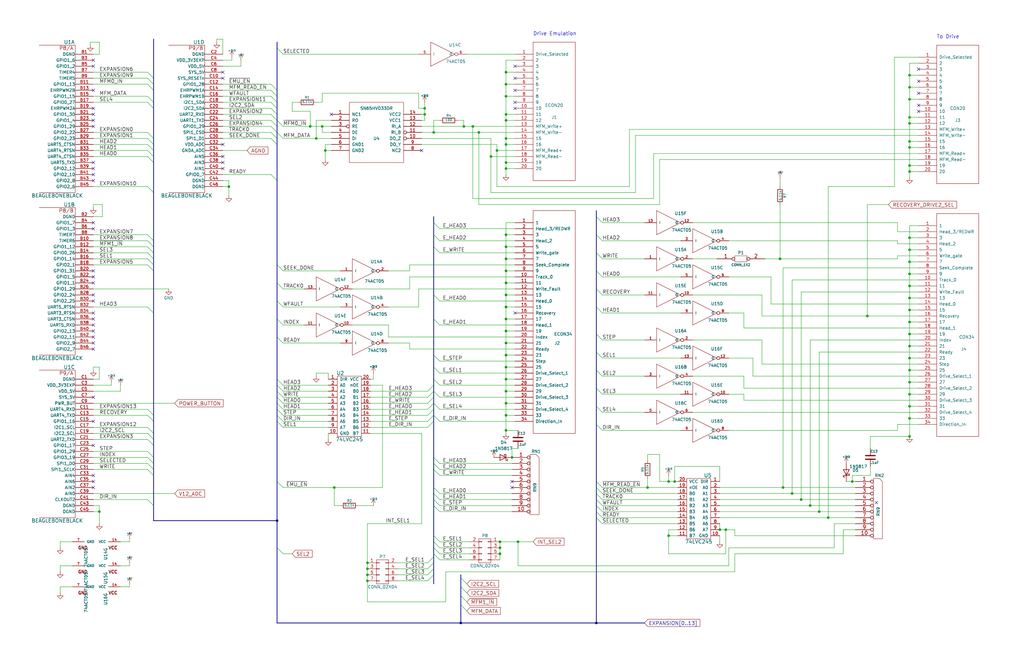
<source format=kicad_sch>
(kicad_sch (version 20230121) (generator eeschema)

  (uuid b20625c8-5ca5-4b0e-9698-ea90586483ff)

  (paper "USLedger")

  (title_block
    (title "MFM Disk Reader and Emulator")
    (date "2023-11-02")
    (rev "D")
    (company "David Gesswein")
  )

  

  (junction (at 154.94 240.03) (diameter 0) (color 0 0 0 0)
    (uuid 0139e943-5b2e-4200-be07-598776b13287)
  )
  (junction (at 133.35 58.42) (diameter 0) (color 0 0 0 0)
    (uuid 024c17c3-ff28-4f8e-b06d-8c6649c01ab3)
  )
  (junction (at 116.84 219.71) (diameter 0) (color 0 0 0 0)
    (uuid 079c73ff-df43-41bf-a18b-f006cf9dcf34)
  )
  (junction (at 281.94 203.2) (diameter 0) (color 0 0 0 0)
    (uuid 08409530-1653-4869-8c0d-b55fa1431156)
  )
  (junction (at 334.01 208.28) (diameter 0) (color 0 0 0 0)
    (uuid 0907bda6-7df2-4e10-bd22-df355d40c763)
  )
  (junction (at 383.54 140.97) (diameter 0) (color 0 0 0 0)
    (uuid 097b339e-0622-477a-b6ec-cbf34980bc5e)
  )
  (junction (at 213.36 119.38) (diameter 0) (color 0 0 0 0)
    (uuid 0c3f9994-5b0b-4165-b256-639fbdc3be02)
  )
  (junction (at 213.36 58.42) (diameter 0) (color 0 0 0 0)
    (uuid 0ddc28ce-d850-46fb-b010-cb73ee9312e6)
  )
  (junction (at 213.36 170.18) (diameter 0) (color 0 0 0 0)
    (uuid 11ef157c-3534-4a6e-baa2-e4e3b1d608e7)
  )
  (junction (at 213.36 71.12) (diameter 0) (color 0 0 0 0)
    (uuid 13066116-7bef-4214-9464-47e8b757cecc)
  )
  (junction (at 195.58 53.34) (diameter 0) (color 0 0 0 0)
    (uuid 153c7776-848e-4c67-8e4c-19400173ec5f)
  )
  (junction (at 281.94 226.06) (diameter 0) (color 0 0 0 0)
    (uuid 16e3f129-4126-4322-927f-b619cf36e762)
  )
  (junction (at 210.82 228.6) (diameter 0) (color 0 0 0 0)
    (uuid 16ecb665-05a0-41df-9138-2513947712a3)
  )
  (junction (at 213.36 175.26) (diameter 0) (color 0 0 0 0)
    (uuid 1ac1e99d-9a1e-4f27-aad7-edfd0c01d284)
  )
  (junction (at 383.54 59.69) (diameter 0) (color 0 0 0 0)
    (uuid 1b967e8f-1c9f-489a-8130-8a398dc36af1)
  )
  (junction (at 383.54 161.29) (diameter 0) (color 0 0 0 0)
    (uuid 1e29d250-eea0-41c3-8dc3-c0a18867ec67)
  )
  (junction (at 383.54 184.15) (diameter 0) (color 0 0 0 0)
    (uuid 21442541-acab-4799-b1c1-8a407a7a2976)
  )
  (junction (at 210.82 231.14) (diameter 0) (color 0 0 0 0)
    (uuid 21ca2703-0b5c-40cf-8184-b510c9ca9932)
  )
  (junction (at 383.54 176.53) (diameter 0) (color 0 0 0 0)
    (uuid 22605ed9-c660-41ec-9fb6-818e00032af9)
  )
  (junction (at 213.36 60.96) (diameter 0) (color 0 0 0 0)
    (uuid 26a1b340-bf22-4358-862b-6c9fc28b2b59)
  )
  (junction (at 383.54 120.65) (diameter 0) (color 0 0 0 0)
    (uuid 270df3ef-2779-42a2-a972-9c65bc16e935)
  )
  (junction (at 213.36 160.02) (diameter 0) (color 0 0 0 0)
    (uuid 2f513087-8c1f-4966-ac93-a401455ac79b)
  )
  (junction (at 383.54 125.73) (diameter 0) (color 0 0 0 0)
    (uuid 30d068ad-947d-4a89-a635-ae637f782716)
  )
  (junction (at 179.07 48.26) (diameter 0) (color 0 0 0 0)
    (uuid 35e9ae69-11db-464a-9dbd-1155ce693ad8)
  )
  (junction (at 213.36 124.46) (diameter 0) (color 0 0 0 0)
    (uuid 37d5c585-8824-49c7-957b-e5efdadf9a31)
  )
  (junction (at 213.36 40.64) (diameter 0) (color 0 0 0 0)
    (uuid 38ca364f-8471-49e1-8a1a-bd858020fcba)
  )
  (junction (at 96.52 78.74) (diameter 0) (color 0 0 0 0)
    (uuid 39b0ab08-1e10-4fdc-a3fe-ddd476703aa0)
  )
  (junction (at 218.44 228.6) (diameter 0) (color 0 0 0 0)
    (uuid 39b8b626-b4b8-4bc3-95d3-951b5f19a960)
  )
  (junction (at 383.54 110.49) (diameter 0) (color 0 0 0 0)
    (uuid 3bab003f-6824-4228-9d82-b4934b06fd60)
  )
  (junction (at 213.36 149.86) (diameter 0) (color 0 0 0 0)
    (uuid 3c54293f-91fe-42bd-8755-fdd304d8de80)
  )
  (junction (at 213.36 48.26) (diameter 0) (color 0 0 0 0)
    (uuid 3dba57f8-445c-4319-bbd3-1620bd786f67)
  )
  (junction (at 179.07 45.72) (diameter 0) (color 0 0 0 0)
    (uuid 3de7251c-a7e6-4777-81c0-c6ed524217d6)
  )
  (junction (at 194.31 262.89) (diameter 0) (color 0 0 0 0)
    (uuid 43972ad9-3387-4f04-b984-48c7d8883fa4)
  )
  (junction (at 213.36 181.61) (diameter 0) (color 0 0 0 0)
    (uuid 445f50d0-b07f-4234-8ca3-9c701290c854)
  )
  (junction (at 213.36 139.7) (diameter 0) (color 0 0 0 0)
    (uuid 4bc964a3-b24f-43c7-8549-44144d04b969)
  )
  (junction (at 213.36 35.56) (diameter 0) (color 0 0 0 0)
    (uuid 4c9401b5-7646-4049-9617-f3bd64724039)
  )
  (junction (at 213.36 134.62) (diameter 0) (color 0 0 0 0)
    (uuid 50f219a9-ceb6-4300-b7d2-acd31fb5e832)
  )
  (junction (at 199.39 53.34) (diameter 0) (color 0 0 0 0)
    (uuid 55cdb804-02d2-4fd2-983d-d68a06b76ae6)
  )
  (junction (at 130.81 53.34) (diameter 0) (color 0 0 0 0)
    (uuid 588b5365-9097-400b-a596-e3f9d08da513)
  )
  (junction (at 306.07 223.52) (diameter 0) (color 0 0 0 0)
    (uuid 5b3d1ad1-30c4-4296-a7f9-5b0481df9f8d)
  )
  (junction (at 201.93 55.88) (diameter 0) (color 0 0 0 0)
    (uuid 5bd4e09f-0809-48cf-9049-f48d9429c4cb)
  )
  (junction (at 154.94 237.49) (diameter 0) (color 0 0 0 0)
    (uuid 60b81b50-4404-4806-b245-c1f46f12e717)
  )
  (junction (at 383.54 135.89) (diameter 0) (color 0 0 0 0)
    (uuid 61b90798-030e-46f8-bbe8-d6467319b002)
  )
  (junction (at 328.93 109.22) (diameter 0) (color 0 0 0 0)
    (uuid 62588070-ad4d-4e42-b697-d0cc10057400)
  )
  (junction (at 349.25 218.44) (diameter 0) (color 0 0 0 0)
    (uuid 65562f7d-44d2-465a-94c4-d1385b4e3ad7)
  )
  (junction (at 213.36 154.94) (diameter 0) (color 0 0 0 0)
    (uuid 6c26c94a-6d8b-4b71-8334-c7f0b20c6063)
  )
  (junction (at 154.94 242.57) (diameter 0) (color 0 0 0 0)
    (uuid 749ddd75-925c-4c7d-8326-d2f6114fca05)
  )
  (junction (at 140.97 205.74) (diameter 0) (color 0 0 0 0)
    (uuid 75161008-e80d-4613-99f1-95c8cc505289)
  )
  (junction (at 383.54 69.85) (diameter 0) (color 0 0 0 0)
    (uuid 7abd1e1d-e282-4829-bc3b-74626c355268)
  )
  (junction (at 337.82 210.82) (diameter 0) (color 0 0 0 0)
    (uuid 7dcde409-ba47-4ff4-bddb-a1ad21666824)
  )
  (junction (at 215.9 193.04) (diameter 0) (color 0 0 0 0)
    (uuid 7e88b723-c05c-4e4c-9971-ecfc0d281634)
  )
  (junction (at 213.36 50.8) (diameter 0) (color 0 0 0 0)
    (uuid 829e82e4-43bf-4627-8d46-7eab3530543f)
  )
  (junction (at 207.01 66.04) (diameter 0) (color 0 0 0 0)
    (uuid 82a351c9-5474-413a-8654-072956712b11)
  )
  (junction (at 383.54 151.13) (diameter 0) (color 0 0 0 0)
    (uuid 834159b9-5c9b-4059-8dba-cf1c02abef10)
  )
  (junction (at 383.54 115.57) (diameter 0) (color 0 0 0 0)
    (uuid 837f3da8-389a-4002-bd1a-bbb18eaa1e68)
  )
  (junction (at 213.36 165.1) (diameter 0) (color 0 0 0 0)
    (uuid 84e77eb7-388b-4c70-9666-fdd6651cbe5b)
  )
  (junction (at 383.54 130.81) (diameter 0) (color 0 0 0 0)
    (uuid 8a9672f6-ffd3-442d-a6d6-8733012ac9d7)
  )
  (junction (at 213.36 109.22) (diameter 0) (color 0 0 0 0)
    (uuid 8aa85216-0760-4305-b9bf-3f57945ecb1f)
  )
  (junction (at 213.36 30.48) (diameter 0) (color 0 0 0 0)
    (uuid 8be25d14-0a64-47df-a471-cc8e4b161b15)
  )
  (junction (at 154.94 245.11) (diameter 0) (color 0 0 0 0)
    (uuid 8e42c697-d97a-4fcc-8179-57142c5783bb)
  )
  (junction (at 135.89 53.34) (diameter 0) (color 0 0 0 0)
    (uuid 8f4d3341-6c6a-4e6a-94da-610b81b30a10)
  )
  (junction (at 341.63 213.36) (diameter 0) (color 0 0 0 0)
    (uuid 902dbcea-c51a-484c-96dc-4ba38225c80a)
  )
  (junction (at 383.54 31.75) (diameter 0) (color 0 0 0 0)
    (uuid 9657d28b-015c-4a6c-b4e3-584deecfb7b4)
  )
  (junction (at 383.54 166.37) (diameter 0) (color 0 0 0 0)
    (uuid 9bbd679a-90b8-44d8-a6a2-811bec2cba7a)
  )
  (junction (at 284.48 203.2) (diameter 0) (color 0 0 0 0)
    (uuid 9de0379d-1b1f-4426-8165-ebaf1edd50c7)
  )
  (junction (at 209.55 63.5) (diameter 0) (color 0 0 0 0)
    (uuid 9f1d58df-de20-4ba1-b42d-f35680599bac)
  )
  (junction (at 383.54 52.07) (diameter 0) (color 0 0 0 0)
    (uuid a7a084e4-30b9-42dd-98f7-e0075ab3079a)
  )
  (junction (at 383.54 62.23) (diameter 0) (color 0 0 0 0)
    (uuid ae303d06-a3ad-4231-8336-583dec806f77)
  )
  (junction (at 251.46 262.89) (diameter 0) (color 0 0 0 0)
    (uuid b15df18a-6e29-4675-902c-1773116d91bf)
  )
  (junction (at 383.54 49.53) (diameter 0) (color 0 0 0 0)
    (uuid b4458c7f-33dc-4fc4-b28b-780a070c41a1)
  )
  (junction (at 213.36 68.58) (diameter 0) (color 0 0 0 0)
    (uuid b67ff292-68d5-4bde-b310-6bb5cad90ba0)
  )
  (junction (at 273.05 205.74) (diameter 0) (color 0 0 0 0)
    (uuid b7e132a5-d94b-4513-b01c-3802b834526d)
  )
  (junction (at 383.54 100.33) (diameter 0) (color 0 0 0 0)
    (uuid bb45f7d3-cc10-4d9b-b3cc-abd157f5b62a)
  )
  (junction (at 383.54 36.83) (diameter 0) (color 0 0 0 0)
    (uuid bb84beb9-5430-471c-b038-25a6c45e0fb9)
  )
  (junction (at 213.36 99.06) (diameter 0) (color 0 0 0 0)
    (uuid c4d1789a-8125-420c-bffd-6c51f5efb4fb)
  )
  (junction (at 303.53 223.52) (diameter 0) (color 0 0 0 0)
    (uuid c678c30d-5371-4fe9-8a9e-e43d47663f11)
  )
  (junction (at 213.36 129.54) (diameter 0) (color 0 0 0 0)
    (uuid ca065ddc-71d1-4088-b21b-3f8cfb0d6375)
  )
  (junction (at 383.54 72.39) (diameter 0) (color 0 0 0 0)
    (uuid cd5fa5ef-1866-455a-a5ca-3e87229bfb02)
  )
  (junction (at 359.41 203.2) (diameter 0) (color 0 0 0 0)
    (uuid d2d656de-9b6c-4823-82f2-ed0086951af8)
  )
  (junction (at 41.91 215.9) (diameter 0) (color 0 0 0 0)
    (uuid d4c034d5-c908-4894-8e1b-1507e3d6c3f1)
  )
  (junction (at 210.82 233.68) (diameter 0) (color 0 0 0 0)
    (uuid d6069a6e-0764-49f5-b374-aadef6d2332a)
  )
  (junction (at 383.54 41.91) (diameter 0) (color 0 0 0 0)
    (uuid d7fc1691-b77a-4ecb-a4b7-adfd6c4d07f7)
  )
  (junction (at 182.88 55.88) (diameter 0) (color 0 0 0 0)
    (uuid d9f2efdb-6d31-4ea1-9a4f-9cc1d98fa377)
  )
  (junction (at 345.44 215.9) (diameter 0) (color 0 0 0 0)
    (uuid e32a8f86-2673-4de3-90bd-233b4d570eb6)
  )
  (junction (at 383.54 156.21) (diameter 0) (color 0 0 0 0)
    (uuid e43ff49f-453d-4863-90dc-846d87e2b6cf)
  )
  (junction (at 213.36 144.78) (diameter 0) (color 0 0 0 0)
    (uuid e4a1c280-181b-4065-ab43-df3d537442ea)
  )
  (junction (at 383.54 171.45) (diameter 0) (color 0 0 0 0)
    (uuid e4c4d862-5257-40b0-ae2e-a08993783943)
  )
  (junction (at 365.76 133.35) (diameter 0) (color 0 0 0 0)
    (uuid e53fe699-26a0-4e9e-9314-fd39faecbb5f)
  )
  (junction (at 137.16 63.5) (diameter 0) (color 0 0 0 0)
    (uuid e5ade934-361a-4c3e-942b-ccf679d9bca6)
  )
  (junction (at 383.54 105.41) (diameter 0) (color 0 0 0 0)
    (uuid e687aea2-31d8-48d0-92e9-be6eb361b288)
  )
  (junction (at 383.54 146.05) (diameter 0) (color 0 0 0 0)
    (uuid ee3b6b7c-726d-40ae-823d-5587fe494852)
  )
  (junction (at 213.36 104.14) (diameter 0) (color 0 0 0 0)
    (uuid fb4b1ac7-76b6-472f-bbc6-2a3453435b51)
  )
  (junction (at 213.36 114.3) (diameter 0) (color 0 0 0 0)
    (uuid fca7533c-d577-4ddd-aad8-e77b6426f2ee)
  )
  (junction (at 330.2 205.74) (diameter 0) (color 0 0 0 0)
    (uuid fdd8a612-0b89-44b5-8f05-36db67ed35e8)
  )

  (no_connect (at 39.37 114.3) (uuid 0afebddb-5085-491d-b5c9-d64ca4e6b250))
  (no_connect (at 215.9 203.2) (uuid 0c842abd-242d-41a3-87eb-0409afd0974d))
  (no_connect (at 217.17 45.72) (uuid 0e65624f-10e7-4cb2-aa78-5d64bc3f2bc6))
  (no_connect (at 39.37 127) (uuid 1155a1c8-929b-4b3d-9d6a-0dea2e41ee49))
  (no_connect (at 39.37 147.32) (uuid 190f569e-6c8a-446e-a5d2-c816b1ac7a97))
  (no_connect (at 39.37 38.1) (uuid 287fe325-7e88-432e-8215-6b216c125b15))
  (no_connect (at 93.98 30.48) (uuid 28b94ca4-1d3b-4d2b-8172-cb81f5afe9ad))
  (no_connect (at 39.37 203.2) (uuid 2dbb3345-fd9e-429f-b24a-fd6580bee18e))
  (no_connect (at 217.17 27.94) (uuid 2dd9b8d2-c912-4df4-9a8a-aeec8f7e3ffb))
  (no_connect (at 369.57 212.09) (uuid 3572a034-6e73-411f-9d6e-be2e6d5b34bf))
  (no_connect (at 93.98 60.96) (uuid 3612ef9b-7795-4819-9686-8186bf312f04))
  (no_connect (at 217.17 43.18) (uuid 3dc7996f-c4ec-40c0-96d6-90438fc70e2b))
  (no_connect (at 39.37 167.64) (uuid 411202c2-3522-4a9c-8bd3-d186292e0cf1))
  (no_connect (at 39.37 96.52) (uuid 48a9f358-8ce7-41ab-a35d-7d827dc6428a))
  (no_connect (at 39.37 132.08) (uuid 537038b2-18ea-44ba-b168-49a5ae870796))
  (no_connect (at 39.37 142.24) (uuid 58c22b50-e209-46d5-bb18-2bb66bb63e8f))
  (no_connect (at 93.98 66.04) (uuid 79f54bb1-99ba-47c0-a7cb-3567c958d77b))
  (no_connect (at 217.17 38.1) (uuid 7c4f5422-3330-4e60-abc7-330a25a3ba7a))
  (no_connect (at 387.35 46.99) (uuid 7f3d0f92-eb82-401e-9372-295998f79d6f))
  (no_connect (at 39.37 93.98) (uuid 7f85c006-3f18-44eb-8efe-77b3faccd1cf))
  (no_connect (at 39.37 137.16) (uuid 7f9065fc-b98d-4064-add8-a3b1e5c5c786))
  (no_connect (at 39.37 45.72) (uuid 8423a9da-3c94-429e-940a-ecd23a60cc11))
  (no_connect (at 39.37 25.4) (uuid 874d7b6d-d16e-4bce-90d1-0879dbe055b5))
  (no_connect (at 39.37 53.34) (uuid 894a9ca2-9757-4909-b0ea-d6868774a935))
  (no_connect (at 387.35 29.21) (uuid 8a78d223-6612-402f-a488-9a0fe535ca7f))
  (no_connect (at 39.37 116.84) (uuid 8d65f8ec-f4c7-41ab-81e6-77b9f80d1794))
  (no_connect (at 387.35 34.29) (uuid 962663d4-2a8c-4814-badd-81b2b4c0dc7b))
  (no_connect (at 39.37 124.46) (uuid 98524404-99c2-4611-9b4f-46685e4d8679))
  (no_connect (at 39.37 139.7) (uuid 99247ce9-6184-4628-af7c-15b6837af6f9))
  (no_connect (at 39.37 187.96) (uuid a3a43f05-3d17-4b12-a866-594c4051d168))
  (no_connect (at 177.8 63.5) (uuid a4d5486b-f5cc-4bf4-954d-00a15e479f15))
  (no_connect (at 387.35 39.37) (uuid a602a128-8b69-41b3-a9cc-cb59f4fce055))
  (no_connect (at 39.37 27.94) (uuid a6cbbcd3-c043-46c1-8907-d56f46b2a01f))
  (no_connect (at 217.17 33.02) (uuid a78182cd-1463-465f-95be-be9abff78a11))
  (no_connect (at 93.98 33.02) (uuid acb34fa6-0472-4efe-ab35-68d6c35dfb59))
  (no_connect (at 39.37 144.78) (uuid b19eca84-44db-4304-b0ed-5107ae66b95a))
  (no_connect (at 39.37 200.66) (uuid b1ad2d03-858c-4f52-b26f-88f088c80f28))
  (no_connect (at 39.37 177.8) (uuid b7fa17af-3731-4799-aa49-3f7469c87d34))
  (no_connect (at 215.9 205.74) (uuid b85be581-c9e3-434b-9fec-242cced24e0c))
  (no_connect (at 93.98 71.12) (uuid b9a16e3c-3582-4f4c-bdcc-a260b155fa35))
  (no_connect (at 39.37 71.12) (uuid c7ea5be5-2ba4-4ec7-bfbd-9cc95a676ed7))
  (no_connect (at 39.37 205.74) (uuid c93a57b5-0d89-436c-8b7b-b14abf99b3d2))
  (no_connect (at 39.37 48.26) (uuid ca464a8a-17f5-47a3-8165-b4d5215b1733))
  (no_connect (at 39.37 68.58) (uuid cc4ea891-2a58-47c3-a52b-a28932599e0d))
  (no_connect (at 39.37 73.66) (uuid d6ac6d02-bc72-4e8d-842a-7d729248324b))
  (no_connect (at 39.37 134.62) (uuid d86cffd2-2eb9-4ab7-a134-1f80fff006e7))
  (no_connect (at 39.37 119.38) (uuid dcb3ed86-67d1-465f-be8f-f7a2f5d897c6))
  (no_connect (at 217.17 132.08) (uuid e63c9d6b-5848-4287-8f2e-83801b28aaf5))
  (no_connect (at 39.37 50.8) (uuid e84f0089-351f-4699-9b26-927e4532b629))
  (no_connect (at 93.98 68.58) (uuid ebeb99ea-5d65-4166-99ff-0b756916a3bc))
  (no_connect (at 387.35 44.45) (uuid ef9b3144-9493-4678-9655-40249e8691a6))
  (no_connect (at 139.7 48.26) (uuid fd46056b-63c2-40f2-8aab-5d50e60ab1e0))
  (no_connect (at 39.37 76.2) (uuid fddee206-c196-4566-b5ba-8f99ba03dbba))

  (bus_entry (at 194.31 251.46) (size 2.54 2.54)
    (stroke (width 0) (type default))
    (uuid 01864efd-3de8-4fc9-b6c6-6bb878884d31)
  )
  (bus_entry (at 116.84 231.14) (size 2.54 2.54)
    (stroke (width 0) (type default))
    (uuid 04234623-ed2f-4908-bbf3-59124793ddec)
  )
  (bus_entry (at 62.23 111.76) (size 2.54 2.54)
    (stroke (width 0) (type default))
    (uuid 0533e4ea-a172-409a-b308-ac586feb97d7)
  )
  (bus_entry (at 182.88 205.74) (size 2.54 2.54)
    (stroke (width 0) (type default))
    (uuid 05b5da0c-2334-43e8-aa3f-002bb9471b5e)
  )
  (bus_entry (at 62.23 33.02) (size 2.54 2.54)
    (stroke (width 0) (type default))
    (uuid 067af0d4-9641-43ee-bfcf-c9d5ecaf9451)
  )
  (bus_entry (at 182.88 165.1) (size 2.54 2.54)
    (stroke (width 0) (type default))
    (uuid 09f855d7-9764-4f7c-b7e3-387437af2905)
  )
  (bus_entry (at 62.23 58.42) (size 2.54 2.54)
    (stroke (width 0) (type default))
    (uuid 0e206171-3420-4a70-bf87-becba5ca3fd3)
  )
  (bus_entry (at 251.46 163.83) (size 2.54 2.54)
    (stroke (width 0) (type default))
    (uuid 1077f754-7ff6-4728-97ea-9012237f60e8)
  )
  (bus_entry (at 62.23 60.96) (size 2.54 2.54)
    (stroke (width 0) (type default))
    (uuid 113c5f47-1a02-4ef6-a51e-527aa3582ada)
  )
  (bus_entry (at 62.23 180.34) (size 2.54 2.54)
    (stroke (width 0) (type default))
    (uuid 12adec75-8a1f-4474-94e7-1d137ce45516)
  )
  (bus_entry (at 251.46 106.68) (size 2.54 2.54)
    (stroke (width 0) (type default))
    (uuid 14f2d83a-6fee-4418-aafb-fadc6182c59b)
  )
  (bus_entry (at 180.34 177.8) (size 2.54 -2.54)
    (stroke (width 0) (type default))
    (uuid 172f8a60-665b-48d5-814d-0e59876d15bb)
  )
  (bus_entry (at 180.34 245.11) (size 2.54 -2.54)
    (stroke (width 0) (type default))
    (uuid 19d05111-c5af-4961-8c2e-b359dfc9cb22)
  )
  (bus_entry (at 182.88 195.58) (size 2.54 2.54)
    (stroke (width 0) (type default))
    (uuid 1b6f9a9d-a2d4-44b3-b432-45d326f69dff)
  )
  (bus_entry (at 62.23 78.74) (size 2.54 2.54)
    (stroke (width 0) (type default))
    (uuid 1c12d4b9-1bc7-4148-bc76-7409308141c3)
  )
  (bus_entry (at 62.23 35.56) (size 2.54 2.54)
    (stroke (width 0) (type default))
    (uuid 1d18f2d7-229d-47c4-a8fa-3398ed42a03f)
  )
  (bus_entry (at 116.84 162.56) (size 2.54 2.54)
    (stroke (width 0) (type default))
    (uuid 1d2feb5d-5470-4481-b7a3-a71213b04ca3)
  )
  (bus_entry (at 182.88 124.46) (size 2.54 2.54)
    (stroke (width 0) (type default))
    (uuid 1f6ffd32-347d-4425-945c-5b274916a72d)
  )
  (bus_entry (at 251.46 99.06) (size 2.54 2.54)
    (stroke (width 0) (type default))
    (uuid 1fac9f89-7edc-43fa-9d76-00049c0d30ec)
  )
  (bus_entry (at 62.23 104.14) (size 2.54 2.54)
    (stroke (width 0) (type default))
    (uuid 210788ac-ff8d-460f-a34e-8720a0d40e8d)
  )
  (bus_entry (at 182.88 160.02) (size 2.54 2.54)
    (stroke (width 0) (type default))
    (uuid 249c389e-9ff4-4e32-8290-33fb41b78ae2)
  )
  (bus_entry (at 180.34 242.57) (size 2.54 -2.54)
    (stroke (width 0) (type default))
    (uuid 26f8a7cf-9505-4239-bbd9-b4ab5703a8b4)
  )
  (bus_entry (at 62.23 195.58) (size 2.54 2.54)
    (stroke (width 0) (type default))
    (uuid 29c938d6-003b-4917-98c1-879421fa9860)
  )
  (bus_entry (at 182.88 208.28) (size 2.54 2.54)
    (stroke (width 0) (type default))
    (uuid 2cc934d6-b15f-4303-aad1-5a6614058891)
  )
  (bus_entry (at 62.23 190.5) (size 2.54 2.54)
    (stroke (width 0) (type default))
    (uuid 30687a6d-cf0e-4d41-9a61-60d335d71f6b)
  )
  (bus_entry (at 114.3 53.34) (size 2.54 2.54)
    (stroke (width 0) (type default))
    (uuid 35249ee1-5629-411c-82f0-73b5b21f7dfc)
  )
  (bus_entry (at 251.46 140.97) (size 2.54 2.54)
    (stroke (width 0) (type default))
    (uuid 363d3723-090d-4c84-8789-34233d0e542c)
  )
  (bus_entry (at 116.84 142.24) (size 2.54 2.54)
    (stroke (width 0) (type default))
    (uuid 379db1fd-ab02-47ba-b558-dc3dfcca5535)
  )
  (bus_entry (at 182.88 228.6) (size 2.54 2.54)
    (stroke (width 0) (type default))
    (uuid 39cac215-2d5c-47e8-b8f5-1e384fc96a62)
  )
  (bus_entry (at 182.88 175.26) (size 2.54 2.54)
    (stroke (width 0) (type default))
    (uuid 3d27f8eb-1c08-44d1-a18f-8503472a7117)
  )
  (bus_entry (at 251.46 114.3) (size 2.54 2.54)
    (stroke (width 0) (type default))
    (uuid 4045ef67-250e-4e7d-b2e8-dea938735aa4)
  )
  (bus_entry (at 182.88 93.98) (size 2.54 2.54)
    (stroke (width 0) (type default))
    (uuid 456053e9-49ac-4155-aa45-428132eba242)
  )
  (bus_entry (at 62.23 175.26) (size 2.54 2.54)
    (stroke (width 0) (type default))
    (uuid 460c7cd7-7ff2-4e6e-86e3-3985e6ef7f86)
  )
  (bus_entry (at 116.84 55.88) (size 2.54 2.54)
    (stroke (width 0) (type default))
    (uuid 497285c5-e02b-462c-81ab-b56aa4c53a31)
  )
  (bus_entry (at 62.23 129.54) (size 2.54 2.54)
    (stroke (width 0) (type default))
    (uuid 4a412d82-6696-4472-b5df-391a8906e0fb)
  )
  (bus_entry (at 180.34 170.18) (size 2.54 -2.54)
    (stroke (width 0) (type default))
    (uuid 4bd503a7-3bdc-47ec-8d2b-ce0128e591f0)
  )
  (bus_entry (at 182.88 231.14) (size 2.54 2.54)
    (stroke (width 0) (type default))
    (uuid 4d7769c5-0270-45d8-8fd8-f27c237ac89f)
  )
  (bus_entry (at 116.84 127) (size 2.54 2.54)
    (stroke (width 0) (type default))
    (uuid 4f36a310-7fb5-40f7-9ac1-8d6799f01b14)
  )
  (bus_entry (at 251.46 210.82) (size 2.54 2.54)
    (stroke (width 0) (type default))
    (uuid 554fd92f-98ee-424a-abdc-571539d745b2)
  )
  (bus_entry (at 116.84 170.18) (size 2.54 2.54)
    (stroke (width 0) (type default))
    (uuid 556e59b7-8992-4f1f-90c9-a9d7d24e3425)
  )
  (bus_entry (at 114.3 43.18) (size 2.54 2.54)
    (stroke (width 0) (type default))
    (uuid 55711dee-874a-4d61-b932-942a618175fa)
  )
  (bus_entry (at 62.23 99.06) (size 2.54 2.54)
    (stroke (width 0) (type default))
    (uuid 57ccd216-3840-4623-a100-170be6e1492a)
  )
  (bus_entry (at 180.34 240.03) (size 2.54 -2.54)
    (stroke (width 0) (type default))
    (uuid 5822f514-a9ab-40c0-a6d8-d66f116a8e71)
  )
  (bus_entry (at 62.23 66.04) (size 2.54 2.54)
    (stroke (width 0) (type default))
    (uuid 5c5dd431-7cf4-4730-aba7-2856ad458ec8)
  )
  (bus_entry (at 114.3 48.26) (size 2.54 2.54)
    (stroke (width 0) (type default))
    (uuid 5ef736e3-1080-4742-ad20-3a624e87df27)
  )
  (bus_entry (at 182.88 154.94) (size 2.54 2.54)
    (stroke (width 0) (type default))
    (uuid 62c0563c-f3de-48a6-91a0-2ca7ad7a7986)
  )
  (bus_entry (at 251.46 179.07) (size 2.54 2.54)
    (stroke (width 0) (type default))
    (uuid 6727d826-cfca-4f4a-bee1-334dd1379c26)
  )
  (bus_entry (at 182.88 226.06) (size 2.54 2.54)
    (stroke (width 0) (type default))
    (uuid 6e6c2801-0443-419c-aea5-82ac00ac33b9)
  )
  (bus_entry (at 194.31 255.27) (size 2.54 2.54)
    (stroke (width 0) (type default))
    (uuid 6fd07159-b38a-4e99-b8ec-a4f65e4bbbab)
  )
  (bus_entry (at 116.84 177.8) (size 2.54 2.54)
    (stroke (width 0) (type default))
    (uuid 706d6fa7-7f43-4870-859e-0ce976ddc2b1)
  )
  (bus_entry (at 116.84 175.26) (size 2.54 2.54)
    (stroke (width 0) (type default))
    (uuid 70a95f9c-6375-42c3-a91a-91ec462422b9)
  )
  (bus_entry (at 62.23 30.48) (size 2.54 2.54)
    (stroke (width 0) (type default))
    (uuid 70c15d80-8764-47bf-b2f6-1fe031e315f7)
  )
  (bus_entry (at 116.84 134.62) (size 2.54 2.54)
    (stroke (width 0) (type default))
    (uuid 73f92efc-c6ca-410f-802c-4a523a55d70d)
  )
  (bus_entry (at 116.84 167.64) (size 2.54 2.54)
    (stroke (width 0) (type default))
    (uuid 74dae6c4-99b7-4ffe-b56a-3c2f2ea66ba7)
  )
  (bus_entry (at 62.23 109.22) (size 2.54 2.54)
    (stroke (width 0) (type default))
    (uuid 750d0806-778e-4e9d-9378-c14205131d10)
  )
  (bus_entry (at 251.46 213.36) (size 2.54 2.54)
    (stroke (width 0) (type default))
    (uuid 780e08ec-935e-4442-ba60-717284855f43)
  )
  (bus_entry (at 180.34 172.72) (size 2.54 -2.54)
    (stroke (width 0) (type default))
    (uuid 7c082be7-4daf-4cff-9947-5ed6aa6d2d59)
  )
  (bus_entry (at 251.46 129.54) (size 2.54 2.54)
    (stroke (width 0) (type default))
    (uuid 7e297a86-4344-4558-9ac1-23757c318353)
  )
  (bus_entry (at 251.46 91.44) (size 2.54 2.54)
    (stroke (width 0) (type default))
    (uuid 7e31898e-2a1a-4c77-ba50-22390e8c62e8)
  )
  (bus_entry (at 116.84 165.1) (size 2.54 2.54)
    (stroke (width 0) (type default))
    (uuid 7e4aadca-21c7-497c-adde-0805ddb5a256)
  )
  (bus_entry (at 114.3 50.8) (size 2.54 2.54)
    (stroke (width 0) (type default))
    (uuid 7e8ab341-3e44-470a-8253-c62fc5fc4c07)
  )
  (bus_entry (at 62.23 55.88) (size 2.54 2.54)
    (stroke (width 0) (type default))
    (uuid 807eb70f-e428-4824-b633-1aa30e450ec1)
  )
  (bus_entry (at 62.23 198.12) (size 2.54 2.54)
    (stroke (width 0) (type default))
    (uuid 80d274eb-529c-4751-8c3b-4bec8bacb596)
  )
  (bus_entry (at 182.88 170.18) (size 2.54 2.54)
    (stroke (width 0) (type default))
    (uuid 87e95142-8b87-48eb-b822-849f56a5e171)
  )
  (bus_entry (at 62.23 210.82) (size 2.54 2.54)
    (stroke (width 0) (type default))
    (uuid 8965c9a9-042f-49be-842c-fec90e219786)
  )
  (bus_entry (at 114.3 38.1) (size 2.54 2.54)
    (stroke (width 0) (type default))
    (uuid 8a25efde-7cfe-4cda-b6bc-52cddebaaaa1)
  )
  (bus_entry (at 114.3 73.66) (size 2.54 2.54)
    (stroke (width 0) (type default))
    (uuid 8af93b9d-5101-4c3f-a69c-f06c8bf76142)
  )
  (bus_entry (at 180.34 175.26) (size 2.54 -2.54)
    (stroke (width 0) (type default))
    (uuid 8e280de3-b1aa-415b-8dba-125f6672e3c8)
  )
  (bus_entry (at 62.23 172.72) (size 2.54 2.54)
    (stroke (width 0) (type default))
    (uuid 90692d95-5952-4133-9048-ae231db38356)
  )
  (bus_entry (at 114.3 58.42) (size 2.54 2.54)
    (stroke (width 0) (type default))
    (uuid 92f53e5d-2a07-46f2-8727-204c3f8e48ca)
  )
  (bus_entry (at 116.84 119.38) (size 2.54 2.54)
    (stroke (width 0) (type default))
    (uuid 940d57ff-1caf-4946-9f40-ff22ab4b9409)
  )
  (bus_entry (at 251.46 156.21) (size 2.54 2.54)
    (stroke (width 0) (type default))
    (uuid 94253deb-d5f8-4b22-85c0-c431d9394fa5)
  )
  (bus_entry (at 182.88 213.36) (size 2.54 2.54)
    (stroke (width 0) (type default))
    (uuid 95ad5b21-bf9f-4e32-840b-c109ac48c093)
  )
  (bus_entry (at 116.84 20.32) (size 2.54 2.54)
    (stroke (width 0) (type default))
    (uuid 9a9957af-0782-4f34-a949-8528c482f5fa)
  )
  (bus_entry (at 180.34 180.34) (size 2.54 -2.54)
    (stroke (width 0) (type default))
    (uuid 9c8a978c-0a30-4e60-83b7-e636a8e2707f)
  )
  (bus_entry (at 182.88 104.14) (size 2.54 2.54)
    (stroke (width 0) (type default))
    (uuid 9db193c5-19c1-4c9a-97ad-808e16533b80)
  )
  (bus_entry (at 114.3 55.88) (size 2.54 2.54)
    (stroke (width 0) (type default))
    (uuid a6d06725-ffb3-40fe-a29f-98221bfd6786)
  )
  (bus_entry (at 180.34 237.49) (size 2.54 -2.54)
    (stroke (width 0) (type default))
    (uuid a85a4b97-e1b0-443b-8e48-60265c4134c6)
  )
  (bus_entry (at 114.3 40.64) (size 2.54 2.54)
    (stroke (width 0) (type default))
    (uuid acc4a660-198b-4e2f-b475-864cccc36bc4)
  )
  (bus_entry (at 182.88 99.06) (size 2.54 2.54)
    (stroke (width 0) (type default))
    (uuid af31dc3d-97da-4b43-9484-d1b45d42ede0)
  )
  (bus_entry (at 251.46 121.92) (size 2.54 2.54)
    (stroke (width 0) (type default))
    (uuid af4ca8e9-784a-4cf1-97e3-725fd5c37842)
  )
  (bus_entry (at 62.23 40.64) (size 2.54 2.54)
    (stroke (width 0) (type default))
    (uuid af539496-8dc3-4560-a224-3af455754dd4)
  )
  (bus_entry (at 251.46 218.44) (size 2.54 2.54)
    (stroke (width 0) (type default))
    (uuid afdda7e4-16ac-4dd5-a680-0f8990f75eb1)
  )
  (bus_entry (at 62.23 63.5) (size 2.54 2.54)
    (stroke (width 0) (type default))
    (uuid b0f7f6fc-8d6f-457d-9be6-b3ade10b4ffe)
  )
  (bus_entry (at 182.88 149.86) (size 2.54 2.54)
    (stroke (width 0) (type default))
    (uuid b8439303-a323-4db9-9da8-ec66c8abd2c9)
  )
  (bus_entry (at 251.46 215.9) (size 2.54 2.54)
    (stroke (width 0) (type default))
    (uuid bbf3417d-6a3f-4c30-88cb-2ed0a35882be)
  )
  (bus_entry (at 251.46 208.28) (size 2.54 2.54)
    (stroke (width 0) (type default))
    (uuid be1146c9-4731-4f09-b61a-48a247994e15)
  )
  (bus_entry (at 182.88 210.82) (size 2.54 2.54)
    (stroke (width 0) (type default))
    (uuid c2c705dc-601e-421d-a53e-ac1f60d69cb9)
  )
  (bus_entry (at 180.34 165.1) (size 2.54 -2.54)
    (stroke (width 0) (type default))
    (uuid c8dbfbfd-918f-411a-8269-2a746c5e6f74)
  )
  (bus_entry (at 116.84 160.02) (size 2.54 2.54)
    (stroke (width 0) (type default))
    (uuid cafe063d-870c-4d81-a358-6471eb522b14)
  )
  (bus_entry (at 194.31 247.65) (size 2.54 2.54)
    (stroke (width 0) (type default))
    (uuid ccc8ca70-7eb2-449a-bd84-f701aeb53333)
  )
  (bus_entry (at 62.23 101.6) (size 2.54 2.54)
    (stroke (width 0) (type default))
    (uuid ce39eacf-b5ce-4809-9f08-4d0c9d48a9aa)
  )
  (bus_entry (at 251.46 148.59) (size 2.54 2.54)
    (stroke (width 0) (type default))
    (uuid cedb4ef4-d2a3-4e03-826a-15b698d44e97)
  )
  (bus_entry (at 116.84 203.2) (size 2.54 2.54)
    (stroke (width 0) (type default))
    (uuid d0745f31-a5e4-48df-8b24-9e2f71227bea)
  )
  (bus_entry (at 62.23 185.42) (size 2.54 2.54)
    (stroke (width 0) (type default))
    (uuid d230c3cd-32e6-4fa2-9ff6-c210692d327a)
  )
  (bus_entry (at 116.84 111.76) (size 2.54 2.54)
    (stroke (width 0) (type default))
    (uuid d310dd90-7763-42d7-96c1-c23b781a9fe5)
  )
  (bus_entry (at 62.23 182.88) (size 2.54 2.54)
    (stroke (width 0) (type default))
    (uuid d389ff99-05a1-41a2-bfe0-e897ed6c0801)
  )
  (bus_entry (at 62.23 193.04) (size 2.54 2.54)
    (stroke (width 0) (type default))
    (uuid d4718879-433a-40ea-9454-ff1eeed4e30d)
  )
  (bus_entry (at 182.88 193.04) (size 2.54 2.54)
    (stroke (width 0) (type default))
    (uuid dac8fa24-4a4a-4b3f-9e5d-f1249782a876)
  )
  (bus_entry (at 194.31 243.84) (size 2.54 2.54)
    (stroke (width 0) (type default))
    (uuid e3aa7fe5-b3ee-446b-bc72-442a7c05885f)
  )
  (bus_entry (at 251.46 203.2) (size 2.54 2.54)
    (stroke (width 0) (type default))
    (uuid e90c5d0e-aa91-4f37-bc25-faa280888c76)
  )
  (bus_entry (at 180.34 167.64) (size 2.54 -2.54)
    (stroke (width 0) (type default))
    (uuid e98c2342-b2d6-4976-b237-5611ea75df6f)
  )
  (bus_entry (at 251.46 205.74) (size 2.54 2.54)
    (stroke (width 0) (type default))
    (uuid ea9e2001-e1a0-448f-915a-fa40e133075f)
  )
  (bus_entry (at 116.84 50.8) (size 2.54 2.54)
    (stroke (width 0) (type default))
    (uuid eb73ddd6-7c85-4fe3-98ea-cb34d2e57962)
  )
  (bus_entry (at 114.3 45.72) (size 2.54 2.54)
    (stroke (width 0) (type default))
    (uuid ed82415c-6ba2-4eb4-950e-5e5c2837b675)
  )
  (bus_entry (at 182.88 198.12) (size 2.54 2.54)
    (stroke (width 0) (type default))
    (uuid f14bb8b4-53e1-4840-98e6-bd71b46aa8c2)
  )
  (bus_entry (at 251.46 171.45) (size 2.54 2.54)
    (stroke (width 0) (type default))
    (uuid f282a929-93b5-4c42-818e-7100ba289e08)
  )
  (bus_entry (at 116.84 172.72) (size 2.54 2.54)
    (stroke (width 0) (type default))
    (uuid f2f4405a-8b21-4bce-a054-d4450a6bd55d)
  )
  (bus_entry (at 182.88 134.62) (size 2.54 2.54)
    (stroke (width 0) (type default))
    (uuid f7d4a28b-2d48-48fc-ac67-32416bd78da5)
  )
  (bus_entry (at 62.23 43.18) (size 2.54 2.54)
    (stroke (width 0) (type default))
    (uuid f96ad770-e562-4e4d-b488-cb03e0ce5b53)
  )
  (bus_entry (at 114.3 35.56) (size 2.54 2.54)
    (stroke (width 0) (type default))
    (uuid fc80eab8-a51c-4310-a1ae-3f3c286e7e92)
  )
  (bus_entry (at 62.23 106.68) (size 2.54 2.54)
    (stroke (width 0) (type default))
    (uuid fd627691-0b66-47d1-83cd-8f78d611ea4a)
  )
  (bus_entry (at 182.88 233.68) (size 2.54 2.54)
    (stroke (width 0) (type default))
    (uuid ff124cde-becd-4aa9-97c8-4bcabf53c299)
  )

  (wire (pts (xy 213.36 35.56) (xy 217.17 35.56))
    (stroke (width 0) (type default))
    (uuid 002dea02-a47f-4673-8db6-417be04ad781)
  )
  (wire (pts (xy 254 116.84) (xy 287.02 116.84))
    (stroke (width 0) (type default))
    (uuid 007290b9-7a6a-4407-8b37-7fe733320986)
  )
  (bus (pts (xy 251.46 179.07) (xy 251.46 203.2))
    (stroke (width 0) (type default))
    (uuid 00ddd4f1-15ec-4071-b4d4-f4bbae0fd009)
  )

  (wire (pts (xy 374.65 86.36) (xy 365.76 86.36))
    (stroke (width 0) (type default))
    (uuid 00ee85f1-3dab-4723-8518-3cac0b46baa4)
  )
  (wire (pts (xy 309.88 241.3) (xy 187.96 241.3))
    (stroke (width 0) (type default))
    (uuid 017a0e03-f25e-49c6-8268-f04379dd469c)
  )
  (wire (pts (xy 383.54 135.89) (xy 383.54 140.97))
    (stroke (width 0) (type default))
    (uuid 01831113-9a69-49f9-92e1-b3ae5ded3cd5)
  )
  (wire (pts (xy 355.6 233.68) (xy 309.88 233.68))
    (stroke (width 0) (type default))
    (uuid 022ac484-3a6c-4f25-b477-93af54e12cb9)
  )
  (bus (pts (xy 64.77 35.56) (xy 64.77 38.1))
    (stroke (width 0) (type default))
    (uuid 02cba40d-b8fb-4dfa-aa30-97253405b201)
  )

  (wire (pts (xy 303.53 213.36) (xy 341.63 213.36))
    (stroke (width 0) (type default))
    (uuid 02d930d9-f0d9-485f-88f0-9e8f390a88ef)
  )
  (wire (pts (xy 303.53 208.28) (xy 334.01 208.28))
    (stroke (width 0) (type default))
    (uuid 0314e100-9ea8-4506-a8b0-007efc1fe899)
  )
  (wire (pts (xy 321.31 153.67) (xy 387.35 153.67))
    (stroke (width 0) (type default))
    (uuid 037f5ac0-5ab1-410e-90fe-18c071f38a41)
  )
  (wire (pts (xy 172.72 147.32) (xy 172.72 144.78))
    (stroke (width 0) (type default))
    (uuid 041f5ba8-95c6-434e-8d03-14e67b4deca4)
  )
  (wire (pts (xy 278.13 203.2) (xy 281.94 203.2))
    (stroke (width 0) (type default))
    (uuid 05197f95-b19a-4d9f-9a77-dc322240c24a)
  )
  (wire (pts (xy 93.98 63.5) (xy 104.14 63.5))
    (stroke (width 0) (type default))
    (uuid 055c2c98-9517-449a-adf3-074e2e00b518)
  )
  (wire (pts (xy 213.36 40.64) (xy 217.17 40.64))
    (stroke (width 0) (type default))
    (uuid 059c80e0-c7e3-442d-9d3a-8721a2c5de8a)
  )
  (wire (pts (xy 119.38 53.34) (xy 130.81 53.34))
    (stroke (width 0) (type default))
    (uuid 06580611-0df6-4848-bf05-12cef9e41fbc)
  )
  (wire (pts (xy 351.79 231.14) (xy 307.34 231.14))
    (stroke (width 0) (type default))
    (uuid 0691f3f2-f478-4cb7-97f4-eb51b450b0b1)
  )
  (wire (pts (xy 39.37 215.9) (xy 41.91 215.9))
    (stroke (width 0) (type default))
    (uuid 06ae5c9e-d1c0-44b4-a38f-38a7e392bf2a)
  )
  (wire (pts (xy 213.36 160.02) (xy 217.17 160.02))
    (stroke (width 0) (type default))
    (uuid 06cdc4d4-113c-4ace-ba84-1ba00e7d42f2)
  )
  (wire (pts (xy 341.63 143.51) (xy 387.35 143.51))
    (stroke (width 0) (type default))
    (uuid 0712ce94-c063-4a1d-87af-ac5b2798510a)
  )
  (bus (pts (xy 182.88 134.62) (xy 182.88 149.86))
    (stroke (width 0) (type default))
    (uuid 078fdc95-0eef-4b99-8cd0-610892f1e8cf)
  )

  (wire (pts (xy 97.79 25.4) (xy 97.79 24.13))
    (stroke (width 0) (type default))
    (uuid 07abea31-2424-4fea-826f-bf4c620b85b1)
  )
  (wire (pts (xy 39.37 55.88) (xy 62.23 55.88))
    (stroke (width 0) (type default))
    (uuid 07ecc482-485d-46cf-8969-d78e420e0b1d)
  )
  (bus (pts (xy 251.46 213.36) (xy 251.46 215.9))
    (stroke (width 0) (type default))
    (uuid 083e6f7c-0105-44ea-84b7-8524043b1f78)
  )

  (wire (pts (xy 217.17 152.4) (xy 185.42 152.4))
    (stroke (width 0) (type default))
    (uuid 0875b705-6cca-40b2-afd9-78d8211854e0)
  )
  (wire (pts (xy 213.36 165.1) (xy 213.36 170.18))
    (stroke (width 0) (type default))
    (uuid 09004c61-8da1-4867-baee-0a0a8a8e1a11)
  )
  (wire (pts (xy 378.46 102.87) (xy 387.35 102.87))
    (stroke (width 0) (type default))
    (uuid 0a15aff4-0b88-4511-8a56-ed135dcb5fe9)
  )
  (wire (pts (xy 156.21 172.72) (xy 180.34 172.72))
    (stroke (width 0) (type default))
    (uuid 0a4f6f33-de9c-45db-a286-edeca3015013)
  )
  (wire (pts (xy 365.76 86.36) (xy 365.76 133.35))
    (stroke (width 0) (type default))
    (uuid 0ab5274c-7d41-4f44-9603-91fcc9f4dd57)
  )
  (wire (pts (xy 217.17 111.76) (xy 172.72 111.76))
    (stroke (width 0) (type default))
    (uuid 0b49e86a-af38-4798-8d62-c793f0e39d0d)
  )
  (wire (pts (xy 334.01 208.28) (xy 334.01 118.11))
    (stroke (width 0) (type default))
    (uuid 0bf024ef-c607-40d7-8631-8b20fb8555f3)
  )
  (wire (pts (xy 172.72 121.92) (xy 148.59 121.92))
    (stroke (width 0) (type default))
    (uuid 0c5e1f1d-bca0-4fb6-982b-0dff955efb6c)
  )
  (wire (pts (xy 154.94 220.98) (xy 154.94 237.49))
    (stroke (width 0) (type default))
    (uuid 0dd95a88-3122-414d-adde-573306ccdbf6)
  )
  (wire (pts (xy 119.38 205.74) (xy 140.97 205.74))
    (stroke (width 0) (type default))
    (uuid 0eda54f4-bb02-4edd-bf8d-bb24d519dedd)
  )
  (wire (pts (xy 39.37 66.04) (xy 62.23 66.04))
    (stroke (width 0) (type default))
    (uuid 0f2e64af-692e-41aa-b1df-c8ebb58e1777)
  )
  (wire (pts (xy 156.21 177.8) (xy 180.34 177.8))
    (stroke (width 0) (type default))
    (uuid 0f3743ec-adff-4373-afe9-fb05cb66e6e7)
  )
  (bus (pts (xy 64.77 66.04) (xy 64.77 68.58))
    (stroke (width 0) (type default))
    (uuid 0f43894d-d459-4e57-9047-15f84a0ef598)
  )

  (wire (pts (xy 378.46 107.95) (xy 387.35 107.95))
    (stroke (width 0) (type default))
    (uuid 0f482cbf-02f7-44a3-bc6f-703582ee7cab)
  )
  (wire (pts (xy 213.36 25.4) (xy 213.36 30.48))
    (stroke (width 0) (type default))
    (uuid 0fa11289-12aa-4932-8ed5-ce3ac839e80b)
  )
  (wire (pts (xy 119.38 180.34) (xy 138.43 180.34))
    (stroke (width 0) (type default))
    (uuid 10679c92-e127-4789-86c5-adbdb6b35c93)
  )
  (wire (pts (xy 185.42 233.68) (xy 198.12 233.68))
    (stroke (width 0) (type default))
    (uuid 1081a250-d4d6-4f20-ac25-a6df0bd6f149)
  )
  (wire (pts (xy 213.36 124.46) (xy 213.36 129.54))
    (stroke (width 0) (type default))
    (uuid 1086885c-3a58-4333-b823-17bfa18b175d)
  )
  (wire (pts (xy 93.98 27.94) (xy 101.6 27.94))
    (stroke (width 0) (type default))
    (uuid 11859368-9378-4321-abb7-f21dc90e6cd3)
  )
  (wire (pts (xy 213.36 149.86) (xy 217.17 149.86))
    (stroke (width 0) (type default))
    (uuid 11c02cfe-aadd-4f6f-be6c-749d3df3e0ca)
  )
  (wire (pts (xy 367.03 189.23) (xy 367.03 184.15))
    (stroke (width 0) (type default))
    (uuid 11d388f4-ffa7-4ec6-aa90-5d367991fe97)
  )
  (bus (pts (xy 251.46 205.74) (xy 251.46 208.28))
    (stroke (width 0) (type default))
    (uuid 125db44b-5304-4d59-a7cf-6b5fa8dc9638)
  )
  (bus (pts (xy 182.88 175.26) (xy 182.88 177.8))
    (stroke (width 0) (type default))
    (uuid 1283452a-7701-4e19-8ffb-ac7c8c461f99)
  )

  (wire (pts (xy 383.54 62.23) (xy 383.54 69.85))
    (stroke (width 0) (type default))
    (uuid 136d620c-0783-4836-8281-66605fa7c893)
  )
  (bus (pts (xy 182.88 154.94) (xy 182.88 160.02))
    (stroke (width 0) (type default))
    (uuid 147ca44d-787f-4df7-9143-e55581931ff3)
  )
  (bus (pts (xy 251.46 163.83) (xy 251.46 171.45))
    (stroke (width 0) (type default))
    (uuid 14c8e722-dbdc-427a-ac93-a1b1d9c3065a)
  )

  (wire (pts (xy 39.37 198.12) (xy 62.23 198.12))
    (stroke (width 0) (type default))
    (uuid 15293ac9-148c-47c6-a792-185d8e587266)
  )
  (bus (pts (xy 64.77 104.14) (xy 64.77 106.68))
    (stroke (width 0) (type default))
    (uuid 15429bf1-ad00-4e11-9d6d-1a7d53aa1e0a)
  )

  (wire (pts (xy 199.39 53.34) (xy 217.17 53.34))
    (stroke (width 0) (type default))
    (uuid 159ec8ba-8f44-4f8a-8bfb-9f3aa3aa2e34)
  )
  (wire (pts (xy 383.54 52.07) (xy 383.54 59.69))
    (stroke (width 0) (type default))
    (uuid 15dd4865-76b3-4c0d-8ab8-8bc5338d7530)
  )
  (wire (pts (xy 154.94 245.11) (xy 154.94 254))
    (stroke (width 0) (type default))
    (uuid 15fa7ad9-50fa-4aa8-be0e-d1d51795674c)
  )
  (wire (pts (xy 284.48 203.2) (xy 285.75 203.2))
    (stroke (width 0) (type default))
    (uuid 165c168b-44fb-461e-9f00-128c99b8db3b)
  )
  (wire (pts (xy 213.36 114.3) (xy 213.36 119.38))
    (stroke (width 0) (type default))
    (uuid 176c9c8b-1aa6-4028-8dd4-5fb879a4c1bb)
  )
  (wire (pts (xy 292.1 143.51) (xy 321.31 143.51))
    (stroke (width 0) (type default))
    (uuid 179146e5-5a50-4abd-8db2-bfc3d866332d)
  )
  (wire (pts (xy 356.87 203.2) (xy 359.41 203.2))
    (stroke (width 0) (type default))
    (uuid 17c2a512-7f95-4b2b-8a05-87b1452b1bd8)
  )
  (bus (pts (xy 64.77 63.5) (xy 64.77 66.04))
    (stroke (width 0) (type default))
    (uuid 17ea6299-3022-49e4-af06-9b52cb8cd31f)
  )
  (bus (pts (xy 116.84 172.72) (xy 116.84 175.26))
    (stroke (width 0) (type default))
    (uuid 18f51705-105b-4184-a09d-7b20382c894f)
  )
  (bus (pts (xy 182.88 231.14) (xy 182.88 233.68))
    (stroke (width 0) (type default))
    (uuid 19c3e137-ff69-4860-8f1f-a35169c70bd5)
  )
  (bus (pts (xy 251.46 91.44) (xy 251.46 99.06))
    (stroke (width 0) (type default))
    (uuid 1abca856-db24-43f0-b7d6-17b303430a7a)
  )

  (wire (pts (xy 91.44 16.51) (xy 93.98 16.51))
    (stroke (width 0) (type default))
    (uuid 1add6f41-b393-48de-815f-e753a6de0583)
  )
  (wire (pts (xy 267.97 57.15) (xy 387.35 57.15))
    (stroke (width 0) (type default))
    (uuid 1af8ef7b-44c4-4e81-a990-b5bf296d10cb)
  )
  (wire (pts (xy 182.88 50.8) (xy 182.88 55.88))
    (stroke (width 0) (type default))
    (uuid 1b44e821-859d-4d63-a280-7ceab8266a99)
  )
  (wire (pts (xy 383.54 171.45) (xy 383.54 176.53))
    (stroke (width 0) (type default))
    (uuid 1b827e1b-0781-43ed-b0a1-6799b7040c7a)
  )
  (wire (pts (xy 307.34 116.84) (xy 325.12 116.84))
    (stroke (width 0) (type default))
    (uuid 1c05326a-bf09-4ca5-ba6f-2e80d79bc63d)
  )
  (wire (pts (xy 217.17 127) (xy 185.42 127))
    (stroke (width 0) (type default))
    (uuid 1ced0f9b-999a-48ac-823a-996ccbe043e3)
  )
  (wire (pts (xy 180.34 245.11) (xy 167.64 245.11))
    (stroke (width 0) (type default))
    (uuid 1da264dd-0a2e-4459-a146-e83a80488c70)
  )
  (bus (pts (xy 116.84 76.2) (xy 116.84 111.76))
    (stroke (width 0) (type default))
    (uuid 1eb9f703-c1e9-45c3-8bbd-b274d4c57825)
  )

  (wire (pts (xy 322.58 109.22) (xy 328.93 109.22))
    (stroke (width 0) (type default))
    (uuid 1ef48def-f11d-412a-9680-5a03dc8f6246)
  )
  (wire (pts (xy 217.17 101.6) (xy 185.42 101.6))
    (stroke (width 0) (type default))
    (uuid 1f0bc3dd-d5b1-45fb-b35d-2d30a0f1776f)
  )
  (bus (pts (xy 64.77 187.96) (xy 64.77 193.04))
    (stroke (width 0) (type default))
    (uuid 2002d7cc-fc40-46e5-9bf9-d7d0fe382b82)
  )

  (wire (pts (xy 39.37 101.6) (xy 62.23 101.6))
    (stroke (width 0) (type default))
    (uuid 2080088c-3579-434c-839b-01104dda3a3b)
  )
  (wire (pts (xy 213.36 71.12) (xy 217.17 71.12))
    (stroke (width 0) (type default))
    (uuid 20a89eee-ab17-4584-b25f-31647d8d2872)
  )
  (wire (pts (xy 383.54 156.21) (xy 383.54 161.29))
    (stroke (width 0) (type default))
    (uuid 20ccc256-4039-4831-8e39-1e90bd260e5a)
  )
  (wire (pts (xy 349.25 218.44) (xy 349.25 78.74))
    (stroke (width 0) (type default))
    (uuid 211e4f07-f3a1-47b1-9c72-14b7940dd7e2)
  )
  (bus (pts (xy 251.46 218.44) (xy 251.46 262.89))
    (stroke (width 0) (type default))
    (uuid 217c0d9b-71f4-4664-bbf4-e3ba8a082744)
  )
  (bus (pts (xy 116.84 60.96) (xy 116.84 76.2))
    (stroke (width 0) (type default))
    (uuid 21a05400-cc14-4319-b654-2db8aaeffa7c)
  )
  (bus (pts (xy 116.84 160.02) (xy 116.84 162.56))
    (stroke (width 0) (type default))
    (uuid 2285412e-6fe4-4469-ad7f-99c107c21b5e)
  )

  (wire (pts (xy 128.27 121.92) (xy 119.38 121.92))
    (stroke (width 0) (type default))
    (uuid 22aa642f-a8a5-499c-8328-8e9ee5ab69dd)
  )
  (wire (pts (xy 213.36 139.7) (xy 217.17 139.7))
    (stroke (width 0) (type default))
    (uuid 22d826ff-7ff3-4d38-a2f1-bf8b882d2c52)
  )
  (wire (pts (xy 213.36 181.61) (xy 213.36 182.88))
    (stroke (width 0) (type default))
    (uuid 2313ce48-bea9-47cc-a48b-4720ffac3489)
  )
  (wire (pts (xy 213.36 154.94) (xy 213.36 160.02))
    (stroke (width 0) (type default))
    (uuid 232ef527-00ac-4633-9308-314ee00c29af)
  )
  (wire (pts (xy 254 158.75) (xy 271.78 158.75))
    (stroke (width 0) (type default))
    (uuid 23348c92-c5dd-4a82-b6f2-94b8ba078fee)
  )
  (bus (pts (xy 251.46 106.68) (xy 251.46 114.3))
    (stroke (width 0) (type default))
    (uuid 2401e704-958b-41e2-9131-d461394bfafe)
  )

  (wire (pts (xy 367.03 184.15) (xy 383.54 184.15))
    (stroke (width 0) (type default))
    (uuid 2443ca55-46a0-483a-b1fa-9d4fd235bf05)
  )
  (wire (pts (xy 210.82 231.14) (xy 210.82 233.68))
    (stroke (width 0) (type default))
    (uuid 247c4d14-e850-4a9c-926c-d14e40241c10)
  )
  (wire (pts (xy 161.29 162.56) (xy 156.21 162.56))
    (stroke (width 0) (type default))
    (uuid 248115db-cec7-4403-869e-47a368cf4349)
  )
  (wire (pts (xy 213.36 160.02) (xy 213.36 165.1))
    (stroke (width 0) (type default))
    (uuid 24bbeee9-31f3-4ad3-9117-e516ac845fd4)
  )
  (wire (pts (xy 309.88 223.52) (xy 306.07 223.52))
    (stroke (width 0) (type default))
    (uuid 24d126f8-c9c5-4304-8a11-dd73bf430b00)
  )
  (bus (pts (xy 64.77 60.96) (xy 64.77 63.5))
    (stroke (width 0) (type default))
    (uuid 25897290-2bb6-4e1f-90c2-ffcfb75a8424)
  )

  (wire (pts (xy 213.36 170.18) (xy 217.17 170.18))
    (stroke (width 0) (type default))
    (uuid 2698e35b-4e2c-4489-b9f8-e95fd468daf1)
  )
  (wire (pts (xy 273.05 205.74) (xy 285.75 205.74))
    (stroke (width 0) (type default))
    (uuid 26c7785f-fc90-4392-9e12-77a4095a3f2b)
  )
  (wire (pts (xy 25.4 241.3) (xy 25.4 238.76))
    (stroke (width 0) (type default))
    (uuid 271d38c9-dc74-4174-a460-ff24c029bd95)
  )
  (wire (pts (xy 213.36 109.22) (xy 217.17 109.22))
    (stroke (width 0) (type default))
    (uuid 27213a5f-aef0-481b-8ae3-8e52b1f82e5f)
  )
  (wire (pts (xy 209.55 63.5) (xy 209.55 78.74))
    (stroke (width 0) (type default))
    (uuid 27395eb1-4175-4f8d-b2f3-a039b5ff8e16)
  )
  (wire (pts (xy 93.98 43.18) (xy 114.3 43.18))
    (stroke (width 0) (type default))
    (uuid 27c8456a-4e25-4f60-acd2-214bfd3e3291)
  )
  (wire (pts (xy 213.36 93.98) (xy 213.36 99.06))
    (stroke (width 0) (type default))
    (uuid 283f9ccd-d2bb-4cb9-9d1c-ae08a4b997f2)
  )
  (bus (pts (xy 116.84 262.89) (xy 194.31 262.89))
    (stroke (width 0) (type default))
    (uuid 289084e8-4d69-40d3-ab51-b5c9fc09a90b)
  )
  (bus (pts (xy 251.46 114.3) (xy 251.46 121.92))
    (stroke (width 0) (type default))
    (uuid 28e1cfe0-b39d-404f-abb0-95126fb7c79e)
  )

  (wire (pts (xy 156.21 180.34) (xy 180.34 180.34))
    (stroke (width 0) (type default))
    (uuid 29b81336-bd62-4298-99b5-0f3e9577da86)
  )
  (wire (pts (xy 213.36 58.42) (xy 217.17 58.42))
    (stroke (width 0) (type default))
    (uuid 29dc7790-a74e-4e97-ade7-1a986a7b8064)
  )
  (wire (pts (xy 383.54 110.49) (xy 383.54 115.57))
    (stroke (width 0) (type default))
    (uuid 2a27d79f-239d-4d28-9241-809f6cf08aaf)
  )
  (wire (pts (xy 154.94 220.98) (xy 177.8 220.98))
    (stroke (width 0) (type default))
    (uuid 2a4197bd-3337-4989-817b-a38f1eaf6516)
  )
  (wire (pts (xy 292.1 173.99) (xy 387.35 173.99))
    (stroke (width 0) (type default))
    (uuid 2a745ec4-8fd5-40d4-9eb0-00bdc48315cb)
  )
  (wire (pts (xy 179.07 45.72) (xy 176.53 45.72))
    (stroke (width 0) (type default))
    (uuid 2a766e64-72c5-4529-b122-c62fd9c092a2)
  )
  (wire (pts (xy 378.46 97.79) (xy 387.35 97.79))
    (stroke (width 0) (type default))
    (uuid 2b1444aa-0abb-46c8-9cad-b785da45ca29)
  )
  (wire (pts (xy 135.89 53.34) (xy 139.7 53.34))
    (stroke (width 0) (type default))
    (uuid 2b64d64d-9751-45ef-a55f-34f624395a3d)
  )
  (wire (pts (xy 383.54 166.37) (xy 383.54 171.45))
    (stroke (width 0) (type default))
    (uuid 2b663dab-0084-4d49-b41d-2c606eb86a07)
  )
  (wire (pts (xy 217.17 25.4) (xy 213.36 25.4))
    (stroke (width 0) (type default))
    (uuid 2b78e462-ba77-479e-86ac-8b27597524dc)
  )
  (wire (pts (xy 383.54 140.97) (xy 387.35 140.97))
    (stroke (width 0) (type default))
    (uuid 2bab6c88-39e7-4bf0-9356-443b0b2d2096)
  )
  (wire (pts (xy 306.07 233.68) (xy 306.07 223.52))
    (stroke (width 0) (type default))
    (uuid 2bf808e2-bf9e-4dcb-9775-e69169600678)
  )
  (bus (pts (xy 251.46 121.92) (xy 251.46 129.54))
    (stroke (width 0) (type default))
    (uuid 2c8e7394-28de-4bfc-a8e3-e9bfeafb8339)
  )
  (bus (pts (xy 182.88 99.06) (xy 182.88 104.14))
    (stroke (width 0) (type default))
    (uuid 2c9e1d7c-ee01-4b52-8f47-3ba59e3a8c86)
  )

  (wire (pts (xy 321.31 143.51) (xy 321.31 153.67))
    (stroke (width 0) (type default))
    (uuid 2cc49304-b188-4913-b5d2-ae7aa81e997e)
  )
  (wire (pts (xy 182.88 55.88) (xy 201.93 55.88))
    (stroke (width 0) (type default))
    (uuid 2cda8f4e-d287-4444-8a41-6c79fe3a18ec)
  )
  (wire (pts (xy 163.83 142.24) (xy 217.17 142.24))
    (stroke (width 0) (type default))
    (uuid 2cfb7614-d5eb-4a5e-8c07-2ea8a9d17416)
  )
  (wire (pts (xy 43.18 91.44) (xy 43.18 86.36))
    (stroke (width 0) (type default))
    (uuid 2d7504d4-20d6-4c1f-bca8-40bd4f1868c4)
  )
  (wire (pts (xy 213.36 48.26) (xy 217.17 48.26))
    (stroke (width 0) (type default))
    (uuid 2e144163-cfdf-40c2-af8a-eaea6da461c0)
  )
  (wire (pts (xy 254 215.9) (xy 285.75 215.9))
    (stroke (width 0) (type default))
    (uuid 2e97fb91-d230-4a98-a550-b8db72d706d5)
  )
  (wire (pts (xy 195.58 53.34) (xy 199.39 53.34))
    (stroke (width 0) (type default))
    (uuid 307ba5dc-604f-4514-b85d-adaba0649cd6)
  )
  (wire (pts (xy 213.36 30.48) (xy 213.36 35.56))
    (stroke (width 0) (type default))
    (uuid 30d07cb9-6b2a-49d1-af15-c825a4feb85c)
  )
  (wire (pts (xy 210.82 228.6) (xy 218.44 228.6))
    (stroke (width 0) (type default))
    (uuid 312dc4f0-3e24-4335-a4ea-1e0a6d6d703c)
  )
  (wire (pts (xy 215.9 193.04) (xy 215.9 189.23))
    (stroke (width 0) (type default))
    (uuid 316c9585-7fb7-4645-b7fb-3a94b45398f2)
  )
  (wire (pts (xy 345.44 148.59) (xy 345.44 215.9))
    (stroke (width 0) (type default))
    (uuid 320164be-1b05-4681-9601-1e87c9db03bb)
  )
  (wire (pts (xy 54.61 227.33) (xy 54.61 228.6))
    (stroke (width 0) (type default))
    (uuid 32391159-c216-4d96-a06a-f11aced8acdd)
  )
  (wire (pts (xy 135.89 43.18) (xy 135.89 39.37))
    (stroke (width 0) (type default))
    (uuid 32d102f3-9cc2-4b2e-80de-744bff8e7814)
  )
  (wire (pts (xy 143.51 129.54) (xy 119.38 129.54))
    (stroke (width 0) (type default))
    (uuid 3391aa25-1215-4229-a765-c544982b557a)
  )
  (bus (pts (xy 64.77 114.3) (xy 64.77 132.08))
    (stroke (width 0) (type default))
    (uuid 33c81c2e-2d40-41e4-ab0f-3773283e4f5f)
  )
  (bus (pts (xy 64.77 200.66) (xy 64.77 213.36))
    (stroke (width 0) (type default))
    (uuid 33dd2446-75c4-4bb2-979a-ab80eac4c96a)
  )

  (wire (pts (xy 285.75 223.52) (xy 281.94 223.52))
    (stroke (width 0) (type default))
    (uuid 34080b0a-cb83-475f-ab3b-bcb160a73247)
  )
  (wire (pts (xy 217.17 177.8) (xy 185.42 177.8))
    (stroke (width 0) (type default))
    (uuid 346befcf-3145-4121-ae54-2033e62def2f)
  )
  (wire (pts (xy 383.54 130.81) (xy 383.54 135.89))
    (stroke (width 0) (type default))
    (uuid 35505751-d842-4dbe-80b1-ba25b70df5ed)
  )
  (wire (pts (xy 185.42 208.28) (xy 215.9 208.28))
    (stroke (width 0) (type default))
    (uuid 35c25ced-c16f-437b-b6c7-f9602e027798)
  )
  (wire (pts (xy 185.42 195.58) (xy 215.9 195.58))
    (stroke (width 0) (type default))
    (uuid 3689017a-bf4f-48c1-a620-5e11fd3e154c)
  )
  (bus (pts (xy 182.88 237.49) (xy 182.88 240.03))
    (stroke (width 0) (type default))
    (uuid 36e40436-093c-4636-88f4-ebcd832468fd)
  )

  (wire (pts (xy 341.63 213.36) (xy 360.68 213.36))
    (stroke (width 0) (type default))
    (uuid 3782dc1a-b9d7-425b-ab9a-3c70a16fb8d3)
  )
  (wire (pts (xy 130.81 53.34) (xy 130.81 46.99))
    (stroke (width 0) (type default))
    (uuid 385d3b0c-b4aa-4ed8-9471-4513e867393c)
  )
  (wire (pts (xy 201.93 55.88) (xy 201.93 86.36))
    (stroke (width 0) (type default))
    (uuid 39cf5b43-3731-4f10-81ad-1654d8f6e051)
  )
  (wire (pts (xy 387.35 26.67) (xy 383.54 26.67))
    (stroke (width 0) (type default))
    (uuid 39dd43e4-0c1b-4a63-97e9-46f45511ff85)
  )
  (wire (pts (xy 39.37 195.58) (xy 62.23 195.58))
    (stroke (width 0) (type default))
    (uuid 3aaf12ce-e1c5-48e1-bbda-fc81b9421ad1)
  )
  (bus (pts (xy 182.88 162.56) (xy 182.88 165.1))
    (stroke (width 0) (type default))
    (uuid 3aea6736-329c-48bc-a78d-7f706f278fd9)
  )
  (bus (pts (xy 64.77 195.58) (xy 64.77 198.12))
    (stroke (width 0) (type default))
    (uuid 3bc37f1f-eb2d-4115-96bd-f8775d5a2a8d)
  )

  (wire (pts (xy 156.21 165.1) (xy 180.34 165.1))
    (stroke (width 0) (type default))
    (uuid 3c376df6-d85b-430f-af88-7934ba6d4033)
  )
  (wire (pts (xy 383.54 115.57) (xy 387.35 115.57))
    (stroke (width 0) (type default))
    (uuid 3c6e06c8-f6bc-48bd-9be8-c7e25112906d)
  )
  (wire (pts (xy 383.54 156.21) (xy 387.35 156.21))
    (stroke (width 0) (type default))
    (uuid 3c772cd6-dbf5-4e51-ab36-3ce95901c133)
  )
  (wire (pts (xy 179.07 45.72) (xy 179.07 48.26))
    (stroke (width 0) (type default))
    (uuid 3cd36c1b-ceb2-430a-bd98-4df30f39c926)
  )
  (bus (pts (xy 251.46 262.89) (xy 271.78 262.89))
    (stroke (width 0) (type default))
    (uuid 3ce84f68-1aef-4e61-a351-e2baccee100d)
  )

  (wire (pts (xy 383.54 105.41) (xy 383.54 110.49))
    (stroke (width 0) (type default))
    (uuid 3cf90efe-3189-4376-a2a7-2d5224386111)
  )
  (wire (pts (xy 187.96 254) (xy 154.94 254))
    (stroke (width 0) (type default))
    (uuid 3eb651d9-350b-44c0-b964-c4ae55a64994)
  )
  (wire (pts (xy 313.69 163.83) (xy 387.35 163.83))
    (stroke (width 0) (type default))
    (uuid 3f4b6587-5e4d-45c7-aff9-7c4239b37620)
  )
  (wire (pts (xy 39.37 156.21) (xy 39.37 154.94))
    (stroke (width 0) (type default))
    (uuid 3f6a2acd-9566-417a-9bd7-a7a32a02209c)
  )
  (wire (pts (xy 284.48 203.2) (xy 284.48 196.85))
    (stroke (width 0) (type default))
    (uuid 3f9550f1-ac10-4a23-b36f-e737074fc854)
  )
  (wire (pts (xy 383.54 151.13) (xy 383.54 156.21))
    (stroke (width 0) (type default))
    (uuid 405dfbbf-9edb-49d9-a549-58d61fded012)
  )
  (wire (pts (xy 148.59 137.16) (xy 163.83 137.16))
    (stroke (width 0) (type default))
    (uuid 40f3af6e-18d8-425b-bc5a-63b9ebec82ae)
  )
  (wire (pts (xy 172.72 111.76) (xy 172.72 114.3))
    (stroke (width 0) (type default))
    (uuid 417f6c15-e0b3-4e5e-8af4-f460dda71285)
  )
  (bus (pts (xy 64.77 111.76) (xy 64.77 114.3))
    (stroke (width 0) (type default))
    (uuid 41cb854c-3928-4942-b256-70de759ad868)
  )

  (wire (pts (xy 93.98 50.8) (xy 114.3 50.8))
    (stroke (width 0) (type default))
    (uuid 41d15b62-f674-49be-a7e6-14d226897006)
  )
  (bus (pts (xy 116.84 111.76) (xy 116.84 119.38))
    (stroke (width 0) (type default))
    (uuid 424a6d6d-ff3b-43d1-a92e-5d57ca98a775)
  )

  (wire (pts (xy 355.6 233.68) (xy 355.6 223.52))
    (stroke (width 0) (type default))
    (uuid 42dc809a-364f-40bc-9233-77073e9e81fa)
  )
  (bus (pts (xy 194.31 247.65) (xy 194.31 251.46))
    (stroke (width 0) (type default))
    (uuid 42f9309b-7b80-4303-8f34-00b8458f87b3)
  )
  (bus (pts (xy 182.88 233.68) (xy 182.88 234.95))
    (stroke (width 0) (type default))
    (uuid 435e81d5-05e2-4bac-90d8-7cfdf857355a)
  )

  (wire (pts (xy 313.69 138.43) (xy 387.35 138.43))
    (stroke (width 0) (type default))
    (uuid 44ab2ba7-66b0-4e44-932b-d89a421053aa)
  )
  (wire (pts (xy 275.59 83.82) (xy 275.59 64.77))
    (stroke (width 0) (type default))
    (uuid 44f581b1-bf04-48cb-a7dc-2c1f247d6e30)
  )
  (bus (pts (xy 116.84 231.14) (xy 116.84 262.89))
    (stroke (width 0) (type default))
    (uuid 4575d94c-e428-485a-8f81-b587bf8c89a0)
  )

  (wire (pts (xy 307.34 101.6) (xy 378.46 101.6))
    (stroke (width 0) (type default))
    (uuid 45815fa5-b862-41b2-9041-767059559963)
  )
  (wire (pts (xy 383.54 120.65) (xy 387.35 120.65))
    (stroke (width 0) (type default))
    (uuid 458f809d-d994-41b9-b901-be4b20c00288)
  )
  (bus (pts (xy 116.84 162.56) (xy 116.84 165.1))
    (stroke (width 0) (type default))
    (uuid 45cf1ba5-2a9b-4cc4-8509-d52c7bffe2a0)
  )
  (bus (pts (xy 182.88 160.02) (xy 182.88 162.56))
    (stroke (width 0) (type default))
    (uuid 45f165c3-9368-4750-9e8f-c70087ac8567)
  )

  (wire (pts (xy 213.36 71.12) (xy 213.36 73.66))
    (stroke (width 0) (type default))
    (uuid 45fdc1f3-a150-4533-bcdc-1fdcf6e80a97)
  )
  (wire (pts (xy 383.54 161.29) (xy 383.54 166.37))
    (stroke (width 0) (type default))
    (uuid 468932b2-80aa-444c-8227-f9985fa6057a)
  )
  (wire (pts (xy 157.48 157.48) (xy 157.48 160.02))
    (stroke (width 0) (type default))
    (uuid 4721d713-dd12-4c6a-83db-bfffa0e38874)
  )
  (bus (pts (xy 64.77 45.72) (xy 64.77 58.42))
    (stroke (width 0) (type default))
    (uuid 472b77fa-51f8-45c7-a7b9-db17cdd2980b)
  )
  (bus (pts (xy 116.84 175.26) (xy 116.84 177.8))
    (stroke (width 0) (type default))
    (uuid 490c2acd-b10c-4dd9-bd01-7c2158ce5c24)
  )

  (wire (pts (xy 213.36 99.06) (xy 213.36 104.14))
    (stroke (width 0) (type default))
    (uuid 49e9dabd-9b72-4d76-a5a5-d7a547c597d5)
  )
  (wire (pts (xy 278.13 191.77) (xy 273.05 191.77))
    (stroke (width 0) (type default))
    (uuid 4a62dca2-d7cc-4a85-9cb8-c7933fc1419f)
  )
  (wire (pts (xy 41.91 213.36) (xy 39.37 213.36))
    (stroke (width 0) (type default))
    (uuid 4a81cdfd-8863-429f-b6ea-63ab40c7b759)
  )
  (wire (pts (xy 179.07 50.8) (xy 177.8 50.8))
    (stroke (width 0) (type default))
    (uuid 4af02e4e-ad3e-4741-8bf3-c899296b0fb0)
  )
  (bus (pts (xy 64.77 198.12) (xy 64.77 200.66))
    (stroke (width 0) (type default))
    (uuid 4b00ec3b-0cf2-4fb2-bdce-3cdb8af7c0c1)
  )

  (wire (pts (xy 292.1 124.46) (xy 321.31 124.46))
    (stroke (width 0) (type default))
    (uuid 4b7080f6-da73-4b84-b983-9e33ce1e4f88)
  )
  (bus (pts (xy 251.46 208.28) (xy 251.46 210.82))
    (stroke (width 0) (type default))
    (uuid 4b9bf233-6596-44d6-9bdc-eb1515e4094d)
  )

  (wire (pts (xy 213.36 114.3) (xy 217.17 114.3))
    (stroke (width 0) (type default))
    (uuid 4bad8b83-aa35-4be6-9afc-6caf49747738)
  )
  (wire (pts (xy 133.35 43.18) (xy 135.89 43.18))
    (stroke (width 0) (type default))
    (uuid 4bda4ff5-dcbc-4c39-9f64-3ff8281095fb)
  )
  (wire (pts (xy 217.17 172.72) (xy 185.42 172.72))
    (stroke (width 0) (type default))
    (uuid 4be8d811-256e-4d06-95de-c4fdd26c328c)
  )
  (bus (pts (xy 251.46 88.9) (xy 251.46 91.44))
    (stroke (width 0) (type default))
    (uuid 4c0e0aa6-d25a-4f83-87d8-9ea7f56ebb75)
  )
  (bus (pts (xy 116.84 43.18) (xy 116.84 45.72))
    (stroke (width 0) (type default))
    (uuid 4c2fdb2c-c0fa-4af4-907f-1bc1e79b424e)
  )
  (bus (pts (xy 64.77 38.1) (xy 64.77 43.18))
    (stroke (width 0) (type default))
    (uuid 4c3bb046-499d-45a6-b5cf-fbabc5de8d59)
  )

  (wire (pts (xy 199.39 53.34) (xy 199.39 83.82))
    (stroke (width 0) (type default))
    (uuid 4c8e3845-5991-4633-a937-3b606a4813e6)
  )
  (wire (pts (xy 213.36 109.22) (xy 213.36 114.3))
    (stroke (width 0) (type default))
    (uuid 4ccd1be1-c34c-449e-a2ca-d41390ef2860)
  )
  (bus (pts (xy 251.46 215.9) (xy 251.46 218.44))
    (stroke (width 0) (type default))
    (uuid 4d0484eb-2e10-4839-b31e-f8db81cf038e)
  )

  (wire (pts (xy 156.21 175.26) (xy 180.34 175.26))
    (stroke (width 0) (type default))
    (uuid 4d4a3ab8-acdc-4ac6-a04d-333354049e92)
  )
  (wire (pts (xy 351.79 220.98) (xy 351.79 231.14))
    (stroke (width 0) (type default))
    (uuid 4d88a201-7b72-4205-a429-fdc55597fbe3)
  )
  (wire (pts (xy 195.58 50.8) (xy 195.58 53.34))
    (stroke (width 0) (type default))
    (uuid 4d9622a3-0e7e-4287-9eef-4f72e41902fd)
  )
  (wire (pts (xy 119.38 175.26) (xy 138.43 175.26))
    (stroke (width 0) (type default))
    (uuid 4e114bca-3354-4907-b163-ea923d5f4b5a)
  )
  (wire (pts (xy 213.36 181.61) (xy 218.44 181.61))
    (stroke (width 0) (type default))
    (uuid 4e1696df-d863-4a58-adbf-29edfeb127ef)
  )
  (wire (pts (xy 209.55 60.96) (xy 209.55 63.5))
    (stroke (width 0) (type default))
    (uuid 4e641830-de85-4bac-9e90-02dc49014957)
  )
  (wire (pts (xy 41.91 17.78) (xy 41.91 22.86))
    (stroke (width 0) (type default))
    (uuid 4eaa86a6-0321-42fa-8296-d90bd91f3708)
  )
  (wire (pts (xy 254 213.36) (xy 285.75 213.36))
    (stroke (width 0) (type default))
    (uuid 4f4ab7e5-378e-4e8a-98b7-3ed3e4851081)
  )
  (bus (pts (xy 64.77 213.36) (xy 64.77 219.71))
    (stroke (width 0) (type default))
    (uuid 4ff70d53-34db-4956-9ad5-03cc310ba8f6)
  )

  (wire (pts (xy 334.01 118.11) (xy 387.35 118.11))
    (stroke (width 0) (type default))
    (uuid 5056234c-3637-407c-bc6e-804490f9f43f)
  )
  (bus (pts (xy 251.46 171.45) (xy 251.46 179.07))
    (stroke (width 0) (type default))
    (uuid 505fe96c-a665-413d-8ba8-93340b800e29)
  )

  (wire (pts (xy 213.36 104.14) (xy 217.17 104.14))
    (stroke (width 0) (type default))
    (uuid 50ffb22a-9fa4-44b6-aca7-1ca9d5b9bdbc)
  )
  (wire (pts (xy 213.36 129.54) (xy 217.17 129.54))
    (stroke (width 0) (type default))
    (uuid 51444b4c-f235-42ad-89bd-392d86e78376)
  )
  (wire (pts (xy 39.37 104.14) (xy 62.23 104.14))
    (stroke (width 0) (type default))
    (uuid 514671b5-d3aa-4b3d-8f4e-7845843035cc)
  )
  (wire (pts (xy 25.4 247.65) (xy 30.48 247.65))
    (stroke (width 0) (type default))
    (uuid 5208fd4a-f4f5-45d0-88cb-1f8768d3f227)
  )
  (bus (pts (xy 182.88 104.14) (xy 182.88 124.46))
    (stroke (width 0) (type default))
    (uuid 522fc04d-c079-4a09-aaca-bb87e27e59e4)
  )
  (bus (pts (xy 182.88 165.1) (xy 182.88 167.64))
    (stroke (width 0) (type default))
    (uuid 525306c7-33ac-4bff-9bc5-91277d76745b)
  )

  (wire (pts (xy 93.98 78.74) (xy 96.52 78.74))
    (stroke (width 0) (type default))
    (uuid 52dc7fa4-fa29-4aff-b589-28c32a7c499f)
  )
  (wire (pts (xy 179.07 48.26) (xy 179.07 50.8))
    (stroke (width 0) (type default))
    (uuid 52f69ccb-757d-4be5-a6d5-e13191ac5c40)
  )
  (wire (pts (xy 138.43 160.02) (xy 138.43 157.48))
    (stroke (width 0) (type default))
    (uuid 53ed51cb-9591-4de0-bce2-ab4a41fae038)
  )
  (wire (pts (xy 303.53 210.82) (xy 337.82 210.82))
    (stroke (width 0) (type default))
    (uuid 54eaf7ce-be17-45f4-b75a-4c2cbb737e48)
  )
  (bus (pts (xy 64.77 68.58) (xy 64.77 81.28))
    (stroke (width 0) (type default))
    (uuid 55349622-c7ef-4ef8-ba42-08da3e811d5c)
  )

  (wire (pts (xy 278.13 67.31) (xy 387.35 67.31))
    (stroke (width 0) (type default))
    (uuid 555b2c12-7eb9-49a9-a9be-b13337c553a6)
  )
  (wire (pts (xy 383.54 62.23) (xy 387.35 62.23))
    (stroke (width 0) (type default))
    (uuid 55ccb27c-3a47-4ef0-8236-ccf12ee800e0)
  )
  (bus (pts (xy 182.88 167.64) (xy 182.88 170.18))
    (stroke (width 0) (type default))
    (uuid 561e1c41-81de-4fd4-b67d-81db01f42693)
  )

  (wire (pts (xy 140.97 213.36) (xy 140.97 205.74))
    (stroke (width 0) (type default))
    (uuid 5631355b-2bf3-4188-8bfb-642f64cc5821)
  )
  (bus (pts (xy 116.84 20.32) (xy 116.84 38.1))
    (stroke (width 0) (type default))
    (uuid 576eb6f3-0254-4a45-93dc-6d8a589e32bc)
  )

  (wire (pts (xy 345.44 148.59) (xy 387.35 148.59))
    (stroke (width 0) (type default))
    (uuid 57c04a6b-fd56-4035-8972-102aeec5630f)
  )
  (wire (pts (xy 185.42 228.6) (xy 198.12 228.6))
    (stroke (width 0) (type default))
    (uuid 581385ff-a90c-4911-8108-c0495c7adf07)
  )
  (wire (pts (xy 156.21 167.64) (xy 180.34 167.64))
    (stroke (width 0) (type default))
    (uuid 581f3dea-3346-4838-8a18-0be8c342da60)
  )
  (bus (pts (xy 182.88 228.6) (xy 182.88 231.14))
    (stroke (width 0) (type default))
    (uuid 5837a0ad-1645-4620-ba5c-73ca6399f57b)
  )

  (wire (pts (xy 213.36 60.96) (xy 217.17 60.96))
    (stroke (width 0) (type default))
    (uuid 5888400f-5ec3-4bdc-b76d-b676038e4fdd)
  )
  (wire (pts (xy 39.37 190.5) (xy 62.23 190.5))
    (stroke (width 0) (type default))
    (uuid 58ec2521-355d-471f-8594-0049def6d5f1)
  )
  (wire (pts (xy 303.53 196.85) (xy 303.53 203.2))
    (stroke (width 0) (type default))
    (uuid 590ad8c5-b527-465d-b56e-c281a12f3c13)
  )
  (wire (pts (xy 138.43 157.48) (xy 133.35 157.48))
    (stroke (width 0) (type default))
    (uuid 5b3cafbb-e132-411e-a922-dde76942d2e0)
  )
  (bus (pts (xy 64.77 33.02) (xy 64.77 35.56))
    (stroke (width 0) (type default))
    (uuid 5b8c285b-92f2-45c1-a3cf-054963ff3809)
  )

  (wire (pts (xy 383.54 36.83) (xy 387.35 36.83))
    (stroke (width 0) (type default))
    (uuid 5d688d99-8d69-40be-92b4-b6041dab845d)
  )
  (wire (pts (xy 185.42 236.22) (xy 198.12 236.22))
    (stroke (width 0) (type default))
    (uuid 5f682119-3538-4a24-bd67-0a4f155afc2a)
  )
  (bus (pts (xy 116.84 38.1) (xy 116.84 40.64))
    (stroke (width 0) (type default))
    (uuid 5f756500-c379-445e-88bb-3ac9a49c1553)
  )

  (wire (pts (xy 137.16 63.5) (xy 137.16 67.31))
    (stroke (width 0) (type default))
    (uuid 60013d99-2c6a-420d-aa2c-113133fd755d)
  )
  (wire (pts (xy 360.68 220.98) (xy 351.79 220.98))
    (stroke (width 0) (type default))
    (uuid 60280bed-b691-4c25-a303-346b506532e4)
  )
  (wire (pts (xy 154.94 237.49) (xy 154.94 240.03))
    (stroke (width 0) (type default))
    (uuid 61a7a676-50db-4fc9-9750-958bdb3fab49)
  )
  (bus (pts (xy 116.84 50.8) (xy 116.84 53.34))
    (stroke (width 0) (type default))
    (uuid 62324a4a-ee89-409a-b6de-e6787c6d4a47)
  )

  (wire (pts (xy 177.8 53.34) (xy 195.58 53.34))
    (stroke (width 0) (type default))
    (uuid 625b3c15-9971-44be-a59d-f3e52414a98d)
  )
  (wire (pts (xy 217.17 167.64) (xy 185.42 167.64))
    (stroke (width 0) (type default))
    (uuid 63287cc1-a8ef-4f1a-9864-dae9dca28af4)
  )
  (wire (pts (xy 217.17 99.06) (xy 213.36 99.06))
    (stroke (width 0) (type default))
    (uuid 63310c9b-a949-4279-9f89-ccafc77fc624)
  )
  (wire (pts (xy 185.42 198.12) (xy 215.9 198.12))
    (stroke (width 0) (type default))
    (uuid 637a036b-2312-49c7-8cc0-9843f6799e38)
  )
  (bus (pts (xy 116.84 203.2) (xy 116.84 219.71))
    (stroke (width 0) (type default))
    (uuid 638f5db9-22d2-4ab0-bb54-4d0672caffc1)
  )

  (wire (pts (xy 218.44 228.6) (xy 224.79 228.6))
    (stroke (width 0) (type default))
    (uuid 640be9a4-4a29-40b2-bd62-9c57aeeab8d3)
  )
  (wire (pts (xy 330.2 205.74) (xy 360.68 205.74))
    (stroke (width 0) (type default))
    (uuid 64c2195f-0a2b-42ac-bacf-3a26ebed04f7)
  )
  (wire (pts (xy 96.52 76.2) (xy 96.52 78.74))
    (stroke (width 0) (type default))
    (uuid 64dd840f-e4fb-44c4-adb6-e4ee2dc766ba)
  )
  (wire (pts (xy 378.46 179.07) (xy 387.35 179.07))
    (stroke (width 0) (type default))
    (uuid 6579d20c-5275-4d02-9fed-4e4b5ab11b2f)
  )
  (wire (pts (xy 292.1 109.22) (xy 302.26 109.22))
    (stroke (width 0) (type default))
    (uuid 65c0b61e-aeb9-4fb8-848d-403558ab66b3)
  )
  (wire (pts (xy 213.36 104.14) (xy 213.36 109.22))
    (stroke (width 0) (type default))
    (uuid 66741746-0245-4c4f-8f35-7cb0cb06d7c5)
  )
  (wire (pts (xy 217.17 63.5) (xy 209.55 63.5))
    (stroke (width 0) (type default))
    (uuid 66b0d0d6-dd0a-4d57-be9d-2c98bd67004e)
  )
  (wire (pts (xy 140.97 205.74) (xy 161.29 205.74))
    (stroke (width 0) (type default))
    (uuid 66d31356-9e38-4704-8e07-4c9000a69323)
  )
  (wire (pts (xy 213.36 165.1) (xy 217.17 165.1))
    (stroke (width 0) (type default))
    (uuid 6763b58e-a208-4f56-ac4e-e8641682df86)
  )
  (bus (pts (xy 64.77 177.8) (xy 64.77 182.88))
    (stroke (width 0) (type default))
    (uuid 67a65ee9-295d-4ad9-8901-f2ee7a4d6f02)
  )
  (bus (pts (xy 64.77 81.28) (xy 64.77 101.6))
    (stroke (width 0) (type default))
    (uuid 67ce5f7c-5a98-45be-be9c-3e280777578a)
  )

  (wire (pts (xy 292.1 158.75) (xy 313.69 158.75))
    (stroke (width 0) (type default))
    (uuid 67cfa769-04eb-44d7-b8a2-6d81cc851d3a)
  )
  (wire (pts (xy 176.53 45.72) (xy 176.53 39.37))
    (stroke (width 0) (type default))
    (uuid 68d5709e-8d7b-4828-a052-01537a45597e)
  )
  (wire (pts (xy 383.54 176.53) (xy 387.35 176.53))
    (stroke (width 0) (type default))
    (uuid 69067c5c-22dc-470d-ad7f-8b0f84078443)
  )
  (wire (pts (xy 281.94 203.2) (xy 284.48 203.2))
    (stroke (width 0) (type default))
    (uuid 6937df17-5284-478f-8976-14fe5d0ff3d9)
  )
  (wire (pts (xy 307.34 231.14) (xy 307.34 238.76))
    (stroke (width 0) (type default))
    (uuid 69ce28a5-4a6f-4cfa-be4f-62533226c4c2)
  )
  (wire (pts (xy 119.38 177.8) (xy 138.43 177.8))
    (stroke (width 0) (type default))
    (uuid 6aa9073e-176c-4629-8405-ddd8ff64a560)
  )
  (wire (pts (xy 209.55 60.96) (xy 177.8 60.96))
    (stroke (width 0) (type default))
    (uuid 6ae0c6b6-55b1-4c1a-8289-f45a8f18d691)
  )
  (wire (pts (xy 93.98 58.42) (xy 114.3 58.42))
    (stroke (width 0) (type default))
    (uuid 6b57db16-cece-4743-85fa-f3b79d2dbb34)
  )
  (wire (pts (xy 39.37 109.22) (xy 62.23 109.22))
    (stroke (width 0) (type default))
    (uuid 6c3a1767-9928-47f3-93d6-ad14b03f1b04)
  )
  (wire (pts (xy 39.37 185.42) (xy 62.23 185.42))
    (stroke (width 0) (type default))
    (uuid 6d784b16-2ed0-49fe-b7f3-eea9a42a99fb)
  )
  (wire (pts (xy 341.63 213.36) (xy 341.63 143.51))
    (stroke (width 0) (type default))
    (uuid 6ddd0d51-a6ab-44cc-8acf-30b611247fb6)
  )
  (wire (pts (xy 383.54 130.81) (xy 387.35 130.81))
    (stroke (width 0) (type default))
    (uuid 6e0c9455-05e7-4dc7-bc73-3083511c2c5e)
  )
  (wire (pts (xy 39.37 35.56) (xy 62.23 35.56))
    (stroke (width 0) (type default))
    (uuid 6e15292e-58e2-4c1a-af2b-8ddc31231236)
  )
  (wire (pts (xy 25.4 250.19) (xy 25.4 247.65))
    (stroke (width 0) (type default))
    (uuid 6e6d0732-77ed-4535-a1fe-d07dbd421a36)
  )
  (wire (pts (xy 137.16 60.96) (xy 139.7 60.96))
    (stroke (width 0) (type default))
    (uuid 6e80e5c6-e9d9-449e-8566-f63d7a83d4b6)
  )
  (wire (pts (xy 313.69 158.75) (xy 313.69 163.83))
    (stroke (width 0) (type default))
    (uuid 6e97382f-80da-4afd-a26f-371799ca1157)
  )
  (bus (pts (xy 116.84 167.64) (xy 116.84 170.18))
    (stroke (width 0) (type default))
    (uuid 6f040424-4afd-4e1f-9333-466cf944ad07)
  )

  (wire (pts (xy 207.01 58.42) (xy 207.01 66.04))
    (stroke (width 0) (type default))
    (uuid 6f5b0537-87fb-4afa-befe-6747417cae95)
  )
  (wire (pts (xy 217.17 96.52) (xy 185.42 96.52))
    (stroke (width 0) (type default))
    (uuid 6f9c9aaa-9043-4d00-9ad2-5fc6f10f1e3a)
  )
  (wire (pts (xy 383.54 49.53) (xy 387.35 49.53))
    (stroke (width 0) (type default))
    (uuid 6fa9aece-d257-4081-af17-78ad3a44d5d3)
  )
  (wire (pts (xy 307.34 166.37) (xy 313.69 166.37))
    (stroke (width 0) (type default))
    (uuid 6ffe5bf9-3a97-4b70-99fb-acd1b73dbaf7)
  )
  (wire (pts (xy 135.89 55.88) (xy 135.89 53.34))
    (stroke (width 0) (type default))
    (uuid 70362e84-f073-43ea-a38d-85c1cc060034)
  )
  (wire (pts (xy 217.17 30.48) (xy 213.36 30.48))
    (stroke (width 0) (type default))
    (uuid 70aa72a7-4f0e-426b-8da6-2c459be5af28)
  )
  (bus (pts (xy 64.77 132.08) (xy 64.77 175.26))
    (stroke (width 0) (type default))
    (uuid 72c10c75-a394-4fad-9269-0e8d7a87bba9)
  )

  (wire (pts (xy 383.54 41.91) (xy 383.54 49.53))
    (stroke (width 0) (type default))
    (uuid 73d1d67c-2bf1-431b-9df4-256697fbb884)
  )
  (bus (pts (xy 116.84 170.18) (xy 116.84 172.72))
    (stroke (width 0) (type default))
    (uuid 743f7afa-a3e4-4494-9291-fc79d088ca7e)
  )

  (wire (pts (xy 383.54 49.53) (xy 383.54 52.07))
    (stroke (width 0) (type default))
    (uuid 74a4afa4-ff28-4937-a8f7-799a48c2b879)
  )
  (wire (pts (xy 281.94 226.06) (xy 281.94 233.68))
    (stroke (width 0) (type default))
    (uuid 74b1c583-6c33-4395-b0a2-f641d8040156)
  )
  (wire (pts (xy 217.17 137.16) (xy 185.42 137.16))
    (stroke (width 0) (type default))
    (uuid 750beb40-745b-4656-969f-c39920b471d3)
  )
  (wire (pts (xy 383.54 36.83) (xy 383.54 41.91))
    (stroke (width 0) (type default))
    (uuid 75150af1-1ed9-4a07-9de4-b8961d29308f)
  )
  (wire (pts (xy 367.03 196.85) (xy 367.03 200.66))
    (stroke (width 0) (type default))
    (uuid 759aad06-c88f-45dd-94fd-04350754bb86)
  )
  (wire (pts (xy 176.53 39.37) (xy 135.89 39.37))
    (stroke (width 0) (type default))
    (uuid 76dba638-0990-45ef-b743-8c0b441fc643)
  )
  (bus (pts (xy 116.84 142.24) (xy 116.84 160.02))
    (stroke (width 0) (type default))
    (uuid 772ce1e5-d778-4ded-8671-5dd2ced16a19)
  )

  (wire (pts (xy 307.34 151.13) (xy 317.5 151.13))
    (stroke (width 0) (type default))
    (uuid 77c5b2be-5b06-45ae-ba46-271e5722d4cf)
  )
  (wire (pts (xy 254 132.08) (xy 287.02 132.08))
    (stroke (width 0) (type default))
    (uuid 77d72b4e-0aa2-4e7d-81f5-a039be6f350c)
  )
  (wire (pts (xy 39.37 33.02) (xy 62.23 33.02))
    (stroke (width 0) (type default))
    (uuid 78496553-63e7-41f9-8080-79fd53b74a9b)
  )
  (wire (pts (xy 96.52 78.74) (xy 96.52 82.55))
    (stroke (width 0) (type default))
    (uuid 7870c0fc-af79-47d0-8b82-e24d19cd309a)
  )
  (wire (pts (xy 281.94 233.68) (xy 306.07 233.68))
    (stroke (width 0) (type default))
    (uuid 787985f7-308c-4003-83e0-bf0fc914d55e)
  )
  (wire (pts (xy 180.34 242.57) (xy 167.64 242.57))
    (stroke (width 0) (type default))
    (uuid 790beafd-5496-418a-93f4-0c8aee3b2c73)
  )
  (wire (pts (xy 119.38 58.42) (xy 133.35 58.42))
    (stroke (width 0) (type default))
    (uuid 7931c0f8-5334-48c6-bc4f-8015fe6a0b17)
  )
  (bus (pts (xy 251.46 203.2) (xy 251.46 205.74))
    (stroke (width 0) (type default))
    (uuid 794095d1-2f6a-40bc-9b46-9a0a5b51d986)
  )

  (wire (pts (xy 119.38 172.72) (xy 138.43 172.72))
    (stroke (width 0) (type default))
    (uuid 7979272c-5eb7-4532-a85b-2580e2fef51e)
  )
  (wire (pts (xy 179.07 43.18) (xy 179.07 45.72))
    (stroke (width 0) (type default))
    (uuid 79dac7d7-f1a4-49fe-a804-e20a977ae0ce)
  )
  (wire (pts (xy 383.54 105.41) (xy 387.35 105.41))
    (stroke (width 0) (type default))
    (uuid 79f84a2e-81dc-4ecc-83fd-ff5c6ccc13c2)
  )
  (wire (pts (xy 46.99 162.56) (xy 46.99 161.29))
    (stroke (width 0) (type default))
    (uuid 7a1b2182-936b-428c-9480-7e809d87d5a3)
  )
  (bus (pts (xy 116.84 48.26) (xy 116.84 50.8))
    (stroke (width 0) (type default))
    (uuid 7a7ce1fa-2496-4e97-95d5-36d907c49718)
  )

  (wire (pts (xy 119.38 233.68) (xy 123.19 233.68))
    (stroke (width 0) (type default))
    (uuid 7af3fda6-adcc-4369-98b2-7bcff690d969)
  )
  (bus (pts (xy 194.31 255.27) (xy 194.31 262.89))
    (stroke (width 0) (type default))
    (uuid 7c254f20-0e1b-4819-84a7-35b276f412ac)
  )

  (wire (pts (xy 213.36 58.42) (xy 213.36 60.96))
    (stroke (width 0) (type default))
    (uuid 7c2824b7-011a-4a2a-b145-7ed56572c2cd)
  )
  (wire (pts (xy 39.37 91.44) (xy 43.18 91.44))
    (stroke (width 0) (type default))
    (uuid 7cdb04c1-6aab-4ff5-9676-a12bcd1f25bd)
  )
  (wire (pts (xy 39.37 172.72) (xy 62.23 172.72))
    (stroke (width 0) (type default))
    (uuid 7d414e39-e0ee-4475-8fa0-c9258482a681)
  )
  (wire (pts (xy 285.75 226.06) (xy 281.94 226.06))
    (stroke (width 0) (type default))
    (uuid 7d7b6f0c-3f89-4311-a6b3-48254bd1ef11)
  )
  (wire (pts (xy 93.98 35.56) (xy 114.3 35.56))
    (stroke (width 0) (type default))
    (uuid 7de5d7d4-f574-4a1d-a2d5-e43e4314c26d)
  )
  (wire (pts (xy 217.17 116.84) (xy 172.72 116.84))
    (stroke (width 0) (type default))
    (uuid 7f808b24-9339-49fb-9177-672e491a3c59)
  )
  (wire (pts (xy 387.35 31.75) (xy 383.54 31.75))
    (stroke (width 0) (type default))
    (uuid 7f96b451-b588-4be1-a4bf-b29d96ffca39)
  )
  (bus (pts (xy 182.88 198.12) (xy 182.88 205.74))
    (stroke (width 0) (type default))
    (uuid 803bd32a-5f7c-4001-a616-059f95bf8a1b)
  )

  (wire (pts (xy 54.61 238.76) (xy 50.8 238.76))
    (stroke (width 0) (type default))
    (uuid 81169fe8-1713-4535-b29c-a51ba9c75278)
  )
  (bus (pts (xy 251.46 99.06) (xy 251.46 106.68))
    (stroke (width 0) (type default))
    (uuid 811de3ce-b514-4faa-ba7b-2042d5cde59a)
  )
  (bus (pts (xy 116.84 134.62) (xy 116.84 142.24))
    (stroke (width 0) (type default))
    (uuid 81596c24-026e-40d9-832c-b3e508f1ea08)
  )

  (wire (pts (xy 383.54 115.57) (xy 383.54 120.65))
    (stroke (width 0) (type default))
    (uuid 8162133c-21b0-48a1-a199-51e45441dfb9)
  )
  (wire (pts (xy 383.54 171.45) (xy 387.35 171.45))
    (stroke (width 0) (type default))
    (uuid 816a6eb2-f5f4-4cb8-97db-1118748d1295)
  )
  (bus (pts (xy 64.77 175.26) (xy 64.77 177.8))
    (stroke (width 0) (type default))
    (uuid 81862cad-93ee-44ba-a48f-e80b572d7d6d)
  )

  (wire (pts (xy 254 218.44) (xy 285.75 218.44))
    (stroke (width 0) (type default))
    (uuid 81d0747a-60fc-4542-9481-7e7ecdb3fa8f)
  )
  (wire (pts (xy 254 220.98) (xy 285.75 220.98))
    (stroke (width 0) (type default))
    (uuid 82108ae0-b204-499e-bdef-96d4feaae1df)
  )
  (wire (pts (xy 330.2 205.74) (xy 330.2 113.03))
    (stroke (width 0) (type default))
    (uuid 82613f8d-7c3f-4e85-b08d-4efb5ae1cc57)
  )
  (wire (pts (xy 313.69 166.37) (xy 313.69 168.91))
    (stroke (width 0) (type default))
    (uuid 82a21e09-35f8-4efb-aed6-ee96e6fb9cc0)
  )
  (wire (pts (xy 383.54 72.39) (xy 383.54 74.93))
    (stroke (width 0) (type default))
    (uuid 82ac7c38-ea87-4885-8e46-adbf6c63c295)
  )
  (wire (pts (xy 213.36 50.8) (xy 217.17 50.8))
    (stroke (width 0) (type default))
    (uuid 831b1dd8-0a89-47fd-900c-39189ed32a1a)
  )
  (wire (pts (xy 383.54 125.73) (xy 383.54 130.81))
    (stroke (width 0) (type default))
    (uuid 83283c57-bde4-4057-b1df-5022272e21c7)
  )
  (wire (pts (xy 193.04 50.8) (xy 195.58 50.8))
    (stroke (width 0) (type default))
    (uuid 832fbdd9-b82b-4b1e-bcfb-26261c06b8e1)
  )
  (wire (pts (xy 176.53 22.86) (xy 119.38 22.86))
    (stroke (width 0) (type default))
    (uuid 83a8fb3f-52b5-497b-81cf-84f247f34bea)
  )
  (wire (pts (xy 39.37 30.48) (xy 62.23 30.48))
    (stroke (width 0) (type default))
    (uuid 843cf09d-3bdd-4e01-8b9c-b46e452eb4df)
  )
  (bus (pts (xy 64.77 185.42) (xy 64.77 187.96))
    (stroke (width 0) (type default))
    (uuid 8457a323-4395-4455-a90e-a824b82cba40)
  )

  (wire (pts (xy 309.88 226.06) (xy 309.88 223.52))
    (stroke (width 0) (type default))
    (uuid 84842d4f-d270-4424-bc15-7d815f74ccfa)
  )
  (wire (pts (xy 93.98 53.34) (xy 114.3 53.34))
    (stroke (width 0) (type default))
    (uuid 84b36c85-00f1-4165-882c-9c7e8d47c428)
  )
  (wire (pts (xy 180.34 240.03) (xy 167.64 240.03))
    (stroke (width 0) (type default))
    (uuid 854860c1-d369-40fe-8c90-d58db49d4664)
  )
  (wire (pts (xy 367.03 200.66) (xy 359.41 200.66))
    (stroke (width 0) (type default))
    (uuid 855a36d3-90c6-4026-8d6e-1781f0b4214f)
  )
  (wire (pts (xy 383.54 41.91) (xy 387.35 41.91))
    (stroke (width 0) (type default))
    (uuid 8562f0a0-cec0-4883-9e1a-d626a4f45751)
  )
  (wire (pts (xy 185.42 231.14) (xy 198.12 231.14))
    (stroke (width 0) (type default))
    (uuid 865d5c03-1921-4f3d-9ab0-3e05b71b0216)
  )
  (wire (pts (xy 93.98 55.88) (xy 114.3 55.88))
    (stroke (width 0) (type default))
    (uuid 86e2752a-98f2-4a8c-a39a-b67235b5e92a)
  )
  (wire (pts (xy 383.54 69.85) (xy 383.54 72.39))
    (stroke (width 0) (type default))
    (uuid 870a436a-31e1-4128-a729-8f6a52d6de15)
  )
  (bus (pts (xy 182.88 213.36) (xy 182.88 226.06))
    (stroke (width 0) (type default))
    (uuid 870c1de7-c483-4175-8afe-6d8e1b11076c)
  )

  (wire (pts (xy 39.37 40.64) (xy 62.23 40.64))
    (stroke (width 0) (type default))
    (uuid 87f43ca8-6319-48a5-8fa1-a554345e6109)
  )
  (bus (pts (xy 116.84 58.42) (xy 116.84 60.96))
    (stroke (width 0) (type default))
    (uuid 882ceded-9f89-4491-8570-1274970440a4)
  )

  (wire (pts (xy 303.53 223.52) (xy 303.53 220.98))
    (stroke (width 0) (type default))
    (uuid 88cb64b8-984e-480e-8b05-5f10b0017972)
  )
  (wire (pts (xy 119.38 165.1) (xy 138.43 165.1))
    (stroke (width 0) (type default))
    (uuid 88d12560-8160-4bd1-bd68-11886ee50a36)
  )
  (wire (pts (xy 43.18 86.36) (xy 39.37 86.36))
    (stroke (width 0) (type default))
    (uuid 8986dcd2-9e3f-4008-b2f7-f11ae3f25937)
  )
  (wire (pts (xy 359.41 200.66) (xy 359.41 203.2))
    (stroke (width 0) (type default))
    (uuid 8adb1b5c-e610-47d4-ae22-418d45404ed3)
  )
  (wire (pts (xy 54.61 237.49) (xy 54.61 238.76))
    (stroke (width 0) (type default))
    (uuid 8c9b10f6-50e8-4b8a-84e2-6d76009b187c)
  )
  (wire (pts (xy 281.94 200.66) (xy 281.94 203.2))
    (stroke (width 0) (type default))
    (uuid 8cedb5ce-09ee-42dc-abb5-3e4fe6c6b3a9)
  )
  (wire (pts (xy 41.91 160.02) (xy 39.37 160.02))
    (stroke (width 0) (type default))
    (uuid 8d6fa401-c82d-438d-ae52-1edb2b51c63d)
  )
  (wire (pts (xy 39.37 210.82) (xy 62.23 210.82))
    (stroke (width 0) (type default))
    (uuid 8dcbc833-d3a8-492c-856e-06ff1af20b5b)
  )
  (wire (pts (xy 278.13 203.2) (xy 278.13 191.77))
    (stroke (width 0) (type default))
    (uuid 8e4940d7-3df7-4cbf-a569-cb3261526b5c)
  )
  (wire (pts (xy 254 166.37) (xy 287.02 166.37))
    (stroke (width 0) (type default))
    (uuid 8ef1cab0-f67c-45ec-9190-4123560b200d)
  )
  (bus (pts (xy 116.84 55.88) (xy 116.84 58.42))
    (stroke (width 0) (type default))
    (uuid 8f07e474-28a1-48bb-b6a5-d53af3ee6d32)
  )

  (wire (pts (xy 383.54 95.25) (xy 383.54 100.33))
    (stroke (width 0) (type default))
    (uuid 8f2cdde7-7537-4ed1-be60-839ac35a68bf)
  )
  (wire (pts (xy 317.5 151.13) (xy 317.5 158.75))
    (stroke (width 0) (type default))
    (uuid 8f30d261-fd41-4e25-ac30-7afff7b94e75)
  )
  (wire (pts (xy 213.36 139.7) (xy 213.36 144.78))
    (stroke (width 0) (type default))
    (uuid 8f5f877b-8395-4231-a27b-cc6177332b72)
  )
  (wire (pts (xy 337.82 210.82) (xy 360.68 210.82))
    (stroke (width 0) (type default))
    (uuid 9048f08f-17f2-485e-bf3c-c0b5cc6c0cf6)
  )
  (bus (pts (xy 64.77 16.51) (xy 64.77 33.02))
    (stroke (width 0) (type default))
    (uuid 913e0e74-f21b-45d0-9646-5f1fd04a8117)
  )

  (wire (pts (xy 213.36 119.38) (xy 213.36 124.46))
    (stroke (width 0) (type default))
    (uuid 913fb4fd-6dc2-4cf9-8c29-cbb1fede039d)
  )
  (wire (pts (xy 337.82 123.19) (xy 387.35 123.19))
    (stroke (width 0) (type default))
    (uuid 9168ebfd-9919-4f2f-9e23-4f21fd7f2975)
  )
  (wire (pts (xy 265.43 78.74) (xy 265.43 54.61))
    (stroke (width 0) (type default))
    (uuid 9185960e-f771-47c6-8a4e-ca7c4d0134a5)
  )
  (bus (pts (xy 182.88 208.28) (xy 182.88 210.82))
    (stroke (width 0) (type default))
    (uuid 923dd3ee-421f-4af7-81ce-50a898c9e2f4)
  )
  (bus (pts (xy 64.77 43.18) (xy 64.77 45.72))
    (stroke (width 0) (type default))
    (uuid 92bcc1ab-44e5-47eb-9c96-d9f7be237f12)
  )

  (wire (pts (xy 207.01 81.28) (xy 267.97 81.28))
    (stroke (width 0) (type default))
    (uuid 93d2c20e-63bd-4e9c-9fab-672331925a83)
  )
  (wire (pts (xy 349.25 218.44) (xy 360.68 218.44))
    (stroke (width 0) (type default))
    (uuid 94983d8e-11ae-4cc3-b633-972877c368d2)
  )
  (wire (pts (xy 62.23 63.5) (xy 39.37 63.5))
    (stroke (width 0) (type default))
    (uuid 94d72b59-257b-4aed-a9f2-98b82f02e2e1)
  )
  (wire (pts (xy 254 101.6) (xy 287.02 101.6))
    (stroke (width 0) (type default))
    (uuid 950261eb-eacc-40ef-8b5f-25360dbcbe02)
  )
  (wire (pts (xy 213.36 144.78) (xy 217.17 144.78))
    (stroke (width 0) (type default))
    (uuid 95c8e8f2-bc1b-45ec-a874-df79bfa9fbaa)
  )
  (bus (pts (xy 251.46 148.59) (xy 251.46 156.21))
    (stroke (width 0) (type default))
    (uuid 9632dc41-ba21-4c3a-a4c0-ec3729b81db3)
  )
  (bus (pts (xy 182.88 195.58) (xy 182.88 198.12))
    (stroke (width 0) (type default))
    (uuid 964ff7e3-1549-4cec-aa5b-e46c39c834b9)
  )

  (wire (pts (xy 307.34 132.08) (xy 313.69 132.08))
    (stroke (width 0) (type default))
    (uuid 96de9a77-cb4c-4c98-a722-50f93c550bdc)
  )
  (wire (pts (xy 199.39 83.82) (xy 275.59 83.82))
    (stroke (width 0) (type default))
    (uuid 97423ad9-6747-4d8f-8981-dbd5291f06bf)
  )
  (bus (pts (xy 182.88 210.82) (xy 182.88 213.36))
    (stroke (width 0) (type default))
    (uuid 9746d9eb-2f8a-4431-8281-fcaa2d457047)
  )

  (wire (pts (xy 39.37 175.26) (xy 62.23 175.26))
    (stroke (width 0) (type default))
    (uuid 975c8fbc-c5f9-445f-817e-d579b67bb581)
  )
  (wire (pts (xy 39.37 43.18) (xy 62.23 43.18))
    (stroke (width 0) (type default))
    (uuid 9781b6bf-201f-45c7-b534-49a05c04aa18)
  )
  (wire (pts (xy 321.31 133.35) (xy 365.76 133.35))
    (stroke (width 0) (type default))
    (uuid 97acae0d-ef87-481c-a31a-a94abd032721)
  )
  (wire (pts (xy 154.94 240.03) (xy 154.94 242.57))
    (stroke (width 0) (type default))
    (uuid 991eadc5-903c-4bb9-96d6-9554df71d42e)
  )
  (wire (pts (xy 140.97 213.36) (xy 143.51 213.36))
    (stroke (width 0) (type default))
    (uuid 997d28bc-67cc-4cc2-8a16-a586ee8f6dae)
  )
  (bus (pts (xy 64.77 106.68) (xy 64.77 109.22))
    (stroke (width 0) (type default))
    (uuid 99fa9d3f-c1fa-43a3-97cf-15ce4aa15b7d)
  )

  (wire (pts (xy 54.61 246.38) (xy 54.61 247.65))
    (stroke (width 0) (type default))
    (uuid 99fb3290-8612-4005-811c-f398eaa784b2)
  )
  (wire (pts (xy 54.61 247.65) (xy 50.8 247.65))
    (stroke (width 0) (type default))
    (uuid 9ac93216-658e-4a8f-b3ef-f41a36870667)
  )
  (wire (pts (xy 383.54 59.69) (xy 383.54 62.23))
    (stroke (width 0) (type default))
    (uuid 9b0a88d1-0e28-41c4-85cc-fa5488039eaf)
  )
  (wire (pts (xy 254 109.22) (xy 271.78 109.22))
    (stroke (width 0) (type default))
    (uuid 9b8f2ea8-9a60-436b-adc2-ab058b110e07)
  )
  (wire (pts (xy 213.36 68.58) (xy 213.36 71.12))
    (stroke (width 0) (type default))
    (uuid 9c1d5a4e-68c1-4f6a-aebc-03c745ca4f74)
  )
  (wire (pts (xy 325.12 116.84) (xy 325.12 128.27))
    (stroke (width 0) (type default))
    (uuid 9c514f9a-d849-4421-8b6f-ef230890a846)
  )
  (wire (pts (xy 313.69 168.91) (xy 387.35 168.91))
    (stroke (width 0) (type default))
    (uuid 9ca2f8bd-eff3-4d7d-ae26-cb43e7be28cb)
  )
  (wire (pts (xy 213.36 129.54) (xy 213.36 134.62))
    (stroke (width 0) (type default))
    (uuid 9cac6c7d-4dd6-431e-b905-5a530b2a0a19)
  )
  (wire (pts (xy 303.53 228.6) (xy 303.53 226.06))
    (stroke (width 0) (type default))
    (uuid 9ce3db48-6d9d-4214-a50c-49d6b1f35e41)
  )
  (wire (pts (xy 25.4 238.76) (xy 30.48 238.76))
    (stroke (width 0) (type default))
    (uuid 9d334f16-0b47-421f-8a23-66f61877c479)
  )
  (wire (pts (xy 360.68 226.06) (xy 309.88 226.06))
    (stroke (width 0) (type default))
    (uuid 9ddad700-7372-447a-a1b0-8bc72ee704a7)
  )
  (wire (pts (xy 383.54 176.53) (xy 383.54 184.15))
    (stroke (width 0) (type default))
    (uuid 9de2802c-4a25-4e1d-893f-c7d12e483250)
  )
  (wire (pts (xy 383.54 72.39) (xy 387.35 72.39))
    (stroke (width 0) (type default))
    (uuid 9e1041c6-2927-4fce-8c59-c19dba0982fd)
  )
  (wire (pts (xy 254 143.51) (xy 271.78 143.51))
    (stroke (width 0) (type default))
    (uuid 9f84ea23-7e85-4591-9392-96be28094ad3)
  )
  (wire (pts (xy 39.37 162.56) (xy 46.99 162.56))
    (stroke (width 0) (type default))
    (uuid a08d53b9-d4e0-4c45-8260-250f6e0095e8)
  )
  (wire (pts (xy 213.36 144.78) (xy 213.36 149.86))
    (stroke (width 0) (type default))
    (uuid a11c9c50-7573-4443-895b-83aa5cca24bf)
  )
  (wire (pts (xy 217.17 66.04) (xy 207.01 66.04))
    (stroke (width 0) (type default))
    (uuid a2000694-917e-4bec-96e8-c01381207328)
  )
  (wire (pts (xy 176.53 121.92) (xy 217.17 121.92))
    (stroke (width 0) (type default))
    (uuid a230ed64-b8c3-4a6a-8555-15ed379b7606)
  )
  (wire (pts (xy 210.82 228.6) (xy 210.82 231.14))
    (stroke (width 0) (type default))
    (uuid a24d7d2b-abbd-4789-b135-91356c59e0d0)
  )
  (wire (pts (xy 383.54 110.49) (xy 387.35 110.49))
    (stroke (width 0) (type default))
    (uuid a270b7b6-e77a-4a3c-aeff-267d432e4096)
  )
  (wire (pts (xy 217.17 162.56) (xy 185.42 162.56))
    (stroke (width 0) (type default))
    (uuid a27d8045-4b36-4b23-9db8-3145558ec33a)
  )
  (bus (pts (xy 182.88 234.95) (xy 182.88 237.49))
    (stroke (width 0) (type default))
    (uuid a2bc46bf-1921-47df-92b4-b1e42f28c56f)
  )

  (wire (pts (xy 172.72 116.84) (xy 172.72 121.92))
    (stroke (width 0) (type default))
    (uuid a3e08d8c-b075-40f1-8998-1da949824b09)
  )
  (wire (pts (xy 328.93 109.22) (xy 378.46 109.22))
    (stroke (width 0) (type default))
    (uuid a405d279-68a7-4e2b-b2fa-a7fa94f9016f)
  )
  (wire (pts (xy 307.34 181.61) (xy 378.46 181.61))
    (stroke (width 0) (type default))
    (uuid a4203fae-f021-4a04-887f-a75c6847b572)
  )
  (wire (pts (xy 303.53 215.9) (xy 345.44 215.9))
    (stroke (width 0) (type default))
    (uuid a598e2fd-4a94-45d1-b8df-3c9deea4340c)
  )
  (bus (pts (xy 194.31 262.89) (xy 251.46 262.89))
    (stroke (width 0) (type default))
    (uuid a682c4c8-ab71-45f1-a67a-27ad1256da7b)
  )

  (wire (pts (xy 207.01 58.42) (xy 177.8 58.42))
    (stroke (width 0) (type default))
    (uuid a891dbbf-c23f-49cd-8ea8-901aea8a272b)
  )
  (wire (pts (xy 383.54 151.13) (xy 387.35 151.13))
    (stroke (width 0) (type default))
    (uuid a8a3368f-735e-4487-8db9-3efe0988b6ce)
  )
  (wire (pts (xy 133.35 58.42) (xy 139.7 58.42))
    (stroke (width 0) (type default))
    (uuid a9509ff3-f56e-4593-bbed-f133f29c763f)
  )
  (wire (pts (xy 345.44 215.9) (xy 360.68 215.9))
    (stroke (width 0) (type default))
    (uuid aa5c68da-c89a-4ed8-bc02-b9404768c81b)
  )
  (wire (pts (xy 143.51 114.3) (xy 119.38 114.3))
    (stroke (width 0) (type default))
    (uuid aaaddde7-7a1a-4d72-a6e1-e3b5d0e07a11)
  )
  (wire (pts (xy 265.43 54.61) (xy 387.35 54.61))
    (stroke (width 0) (type default))
    (uuid ab35853b-3b33-4462-859b-16c714effd54)
  )
  (bus (pts (xy 194.31 251.46) (xy 194.31 255.27))
    (stroke (width 0) (type default))
    (uuid ab6ee41d-c8ae-4424-937a-f902e1d27fce)
  )

  (wire (pts (xy 217.17 93.98) (xy 213.36 93.98))
    (stroke (width 0) (type default))
    (uuid abde7403-b3f4-4212-aa9c-467d72ec63a7)
  )
  (wire (pts (xy 41.91 215.9) (xy 41.91 220.98))
    (stroke (width 0) (type default))
    (uuid accf94ce-ce8a-4e27-b123-1d1e6264a135)
  )
  (wire (pts (xy 177.8 182.88) (xy 156.21 182.88))
    (stroke (width 0) (type default))
    (uuid ad0ba75e-1e54-450b-8bf8-2a42b6b435b7)
  )
  (wire (pts (xy 378.46 181.61) (xy 378.46 179.07))
    (stroke (width 0) (type default))
    (uuid ad4668d2-3e19-47ad-b52c-06e0552b36e4)
  )
  (bus (pts (xy 64.77 193.04) (xy 64.77 195.58))
    (stroke (width 0) (type default))
    (uuid ad77d66a-0d13-4b6c-9470-c267d3d8de66)
  )
  (bus (pts (xy 182.88 170.18) (xy 182.88 172.72))
    (stroke (width 0) (type default))
    (uuid ad85c03c-ab99-4d1e-856e-dd8a21180891)
  )

  (wire (pts (xy 254 205.74) (xy 273.05 205.74))
    (stroke (width 0) (type default))
    (uuid adadd710-851d-41a9-8804-f4f6372530e2)
  )
  (wire (pts (xy 185.42 213.36) (xy 215.9 213.36))
    (stroke (width 0) (type default))
    (uuid ae1f65de-cda6-464f-b51a-66e8e16be846)
  )
  (wire (pts (xy 39.37 121.92) (xy 71.12 121.92))
    (stroke (width 0) (type default))
    (uuid af3bcfb9-04ef-427f-b394-fa166190feba)
  )
  (wire (pts (xy 387.35 95.25) (xy 383.54 95.25))
    (stroke (width 0) (type default))
    (uuid af825ae5-7e72-4c4b-ba9a-c18f29ccdebe)
  )
  (wire (pts (xy 218.44 238.76) (xy 218.44 228.6))
    (stroke (width 0) (type default))
    (uuid afb0aaae-d88a-4cb4-a62a-f6023a8f5e15)
  )
  (wire (pts (xy 93.98 48.26) (xy 114.3 48.26))
    (stroke (width 0) (type default))
    (uuid b1d8372b-330f-4f0c-ad8c-acc05968912e)
  )
  (wire (pts (xy 213.36 35.56) (xy 213.36 40.64))
    (stroke (width 0) (type default))
    (uuid b28f0892-67e1-4e81-a603-f73d6835b339)
  )
  (wire (pts (xy 39.37 182.88) (xy 62.23 182.88))
    (stroke (width 0) (type default))
    (uuid b30d5eda-cf84-4725-b02d-aa9c01b5fd21)
  )
  (wire (pts (xy 377.19 24.13) (xy 387.35 24.13))
    (stroke (width 0) (type default))
    (uuid b36c155a-67cd-4d22-b437-61cb4cdadf67)
  )
  (wire (pts (xy 209.55 78.74) (xy 265.43 78.74))
    (stroke (width 0) (type default))
    (uuid b417ccdd-e9a7-45aa-a14a-0ea2d7c906fa)
  )
  (wire (pts (xy 309.88 233.68) (xy 309.88 241.3))
    (stroke (width 0) (type default))
    (uuid b4938a2f-b1c1-463b-bda7-c2444aab2893)
  )
  (bus (pts (xy 64.77 109.22) (xy 64.77 111.76))
    (stroke (width 0) (type default))
    (uuid b4962b1e-610b-4aec-8574-17ac7d4afe03)
  )

  (wire (pts (xy 25.4 231.14) (xy 25.4 228.6))
    (stroke (width 0) (type default))
    (uuid b538a0b5-d6b4-4f87-8ade-ff43b736244a)
  )
  (wire (pts (xy 207.01 66.04) (xy 207.01 81.28))
    (stroke (width 0) (type default))
    (uuid b5424088-355e-4ca0-aab8-5ac48b5049f0)
  )
  (wire (pts (xy 119.38 162.56) (xy 138.43 162.56))
    (stroke (width 0) (type default))
    (uuid b562022f-d2b8-4f38-951c-5fe0bf5a9156)
  )
  (wire (pts (xy 254 181.61) (xy 287.02 181.61))
    (stroke (width 0) (type default))
    (uuid b5b800d8-bc15-4d4d-8c40-9435007d8873)
  )
  (wire (pts (xy 137.16 60.96) (xy 137.16 63.5))
    (stroke (width 0) (type default))
    (uuid b5f1efc3-49fd-4893-93cc-b22107e1cb71)
  )
  (wire (pts (xy 187.96 241.3) (xy 187.96 254))
    (stroke (width 0) (type default))
    (uuid b608b06d-8b87-42fa-b57c-80b2eaa16610)
  )
  (bus (pts (xy 116.84 219.71) (xy 116.84 231.14))
    (stroke (width 0) (type default))
    (uuid b63316fa-6621-489d-8cc4-c13782667815)
  )

  (wire (pts (xy 185.42 200.66) (xy 215.9 200.66))
    (stroke (width 0) (type default))
    (uuid b643878e-b199-4b70-b49f-985ee7efcd12)
  )
  (wire (pts (xy 151.13 213.36) (xy 157.48 213.36))
    (stroke (width 0) (type default))
    (uuid b699c990-fe2c-4f6b-bf2d-749dd1f9d9ec)
  )
  (wire (pts (xy 378.46 109.22) (xy 378.46 107.95))
    (stroke (width 0) (type default))
    (uuid b75ef79e-3f71-42a8-a4a7-c3be066946a9)
  )
  (wire (pts (xy 383.54 146.05) (xy 387.35 146.05))
    (stroke (width 0) (type default))
    (uuid b7662b89-0109-469c-a9c6-e9cedb9fb625)
  )
  (wire (pts (xy 133.35 157.48) (xy 133.35 158.75))
    (stroke (width 0) (type default))
    (uuid b7b41607-6f09-45f7-afda-091a82c6c8e7)
  )
  (bus (pts (xy 64.77 58.42) (xy 64.77 60.96))
    (stroke (width 0) (type default))
    (uuid b7f840bb-08f0-43f5-a32e-36710242a3e8)
  )

  (wire (pts (xy 41.91 213.36) (xy 41.91 215.9))
    (stroke (width 0) (type default))
    (uuid b8b07d32-e69e-4a16-a44e-65dae8ca6f48)
  )
  (wire (pts (xy 41.91 22.86) (xy 39.37 22.86))
    (stroke (width 0) (type default))
    (uuid b929943c-40c3-46bd-aa03-b62ee2bcfa2b)
  )
  (wire (pts (xy 383.54 26.67) (xy 383.54 31.75))
    (stroke (width 0) (type default))
    (uuid b9a74fa9-330c-4fd2-b0e3-793c90daeb9f)
  )
  (wire (pts (xy 317.5 158.75) (xy 387.35 158.75))
    (stroke (width 0) (type default))
    (uuid b9d0ea40-3695-4df0-afeb-2fd2eb4395e0)
  )
  (wire (pts (xy 349.25 78.74) (xy 377.19 78.74))
    (stroke (width 0) (type default))
    (uuid b9f6e1a2-b03f-4f0c-ac42-8414790b9021)
  )
  (bus (pts (xy 116.84 40.64) (xy 116.84 43.18))
    (stroke (width 0) (type default))
    (uuid ba96f7c4-0e3d-4e67-9a6b-fcfd536dc985)
  )

  (wire (pts (xy 179.07 48.26) (xy 177.8 48.26))
    (stroke (width 0) (type default))
    (uuid bbb94a6a-597d-4ce0-a375-c541e568101b)
  )
  (wire (pts (xy 383.54 135.89) (xy 387.35 135.89))
    (stroke (width 0) (type default))
    (uuid bbfbc15c-dd5f-4a32-9b54-1ec35da69ecb)
  )
  (bus (pts (xy 116.84 177.8) (xy 116.84 203.2))
    (stroke (width 0) (type default))
    (uuid bc88ffe2-57a1-435a-a1f8-2413e37ea1f1)
  )

  (wire (pts (xy 355.6 223.52) (xy 360.68 223.52))
    (stroke (width 0) (type default))
    (uuid bc89c4ea-c092-4183-874c-1db6df636ba1)
  )
  (wire (pts (xy 38.1 19.05) (xy 38.1 17.78))
    (stroke (width 0) (type default))
    (uuid bcd04ff8-056a-4f08-951d-13e765470f35)
  )
  (wire (pts (xy 133.35 50.8) (xy 139.7 50.8))
    (stroke (width 0) (type default))
    (uuid bcec1ada-b0f4-4ad1-aa4f-97bcab0a8af1)
  )
  (bus (pts (xy 116.84 53.34) (xy 116.84 55.88))
    (stroke (width 0) (type default))
    (uuid bd19a40d-fb44-4cd3-9b0a-d2cc8c65f7db)
  )

  (wire (pts (xy 177.8 220.98) (xy 177.8 182.88))
    (stroke (width 0) (type default))
    (uuid bd27a91f-0268-419f-81c9-c35d733c37d6)
  )
  (wire (pts (xy 185.42 210.82) (xy 215.9 210.82))
    (stroke (width 0) (type default))
    (uuid bda2a87b-64fa-4b36-889f-b6daa5c30f99)
  )
  (wire (pts (xy 213.36 48.26) (xy 213.36 50.8))
    (stroke (width 0) (type default))
    (uuid be86c025-76cc-479b-8123-6a6f751ea78f)
  )
  (wire (pts (xy 334.01 208.28) (xy 360.68 208.28))
    (stroke (width 0) (type default))
    (uuid be86e80e-bc20-46c6-bc4d-8114aade85f2)
  )
  (bus (pts (xy 194.31 243.84) (xy 194.31 247.65))
    (stroke (width 0) (type default))
    (uuid bea5fc74-f002-4eb3-9697-766d383eded3)
  )

  (wire (pts (xy 96.52 76.2) (xy 93.98 76.2))
    (stroke (width 0) (type default))
    (uuid beaa8aa6-d3d9-4772-a099-167e21044695)
  )
  (bus (pts (xy 251.46 210.82) (xy 251.46 213.36))
    (stroke (width 0) (type default))
    (uuid bff110dc-51ac-4766-b1a9-d3dd9096f383)
  )

  (wire (pts (xy 328.93 86.36) (xy 328.93 109.22))
    (stroke (width 0) (type default))
    (uuid c01ee0e5-14d8-4973-a92c-8a728adac28b)
  )
  (wire (pts (xy 383.54 59.69) (xy 387.35 59.69))
    (stroke (width 0) (type default))
    (uuid c0320270-4415-4ad7-8503-9811821bd94d)
  )
  (wire (pts (xy 378.46 101.6) (xy 378.46 102.87))
    (stroke (width 0) (type default))
    (uuid c0a57037-8c3e-4553-9450-67f00a43ee93)
  )
  (wire (pts (xy 93.98 45.72) (xy 114.3 45.72))
    (stroke (width 0) (type default))
    (uuid c11bce48-76b1-41ea-9247-bf252edab1ec)
  )
  (wire (pts (xy 306.07 223.52) (xy 303.53 223.52))
    (stroke (width 0) (type default))
    (uuid c129625f-920a-468c-a991-758b2ea06a49)
  )
  (bus (pts (xy 116.84 17.78) (xy 116.84 20.32))
    (stroke (width 0) (type default))
    (uuid c1419678-1bf4-4bef-be79-71f084c86075)
  )

  (wire (pts (xy 177.8 55.88) (xy 182.88 55.88))
    (stroke (width 0) (type default))
    (uuid c1902fc8-5a40-4f61-9fd1-abe61fba2f56)
  )
  (bus (pts (xy 251.46 140.97) (xy 251.46 148.59))
    (stroke (width 0) (type default))
    (uuid c1d30ca8-cc07-44b1-b2ed-637ae258a7f2)
  )
  (bus (pts (xy 182.88 149.86) (xy 182.88 154.94))
    (stroke (width 0) (type default))
    (uuid c1f08b83-b1fe-4b3d-bcd6-3f042d69de94)
  )

  (wire (pts (xy 39.37 86.36) (xy 39.37 87.63))
    (stroke (width 0) (type default))
    (uuid c32ca5f5-446e-4097-8ed0-6ec48b4bf374)
  )
  (wire (pts (xy 284.48 196.85) (xy 303.53 196.85))
    (stroke (width 0) (type default))
    (uuid c3718156-b324-47b6-9827-89fd311d4a83)
  )
  (wire (pts (xy 213.36 60.96) (xy 213.36 68.58))
    (stroke (width 0) (type default))
    (uuid c3f4d5de-2e85-4474-860c-50523d8b1753)
  )
  (wire (pts (xy 93.98 38.1) (xy 114.3 38.1))
    (stroke (width 0) (type default))
    (uuid c45f528b-5c1d-4a6d-b09e-1f449a58b877)
  )
  (bus (pts (xy 182.88 240.03) (xy 182.88 242.57))
    (stroke (width 0) (type default))
    (uuid c4772724-539c-4352-88c9-3c38ec05e9b5)
  )

  (wire (pts (xy 292.1 93.98) (xy 378.46 93.98))
    (stroke (width 0) (type default))
    (uuid c61f89c0-a8fc-48cd-9fab-fa11afb4b151)
  )
  (wire (pts (xy 123.19 46.99) (xy 123.19 43.18))
    (stroke (width 0) (type default))
    (uuid c622e6c1-d835-440d-8462-5fdcb7428e06)
  )
  (bus (pts (xy 194.31 242.57) (xy 194.31 243.84))
    (stroke (width 0) (type default))
    (uuid c6544bc4-9fdf-4874-8f1e-1402cbfeab6a)
  )

  (wire (pts (xy 133.35 58.42) (xy 133.35 50.8))
    (stroke (width 0) (type default))
    (uuid c7603a0a-909e-40da-809e-4f3e027638f5)
  )
  (wire (pts (xy 39.37 170.18) (xy 73.66 170.18))
    (stroke (width 0) (type default))
    (uuid c8ae49e4-f991-4db3-9548-f129bfaf2fc4)
  )
  (wire (pts (xy 217.17 106.68) (xy 185.42 106.68))
    (stroke (width 0) (type default))
    (uuid cb4da732-0829-4a46-9d01-dbff67d53937)
  )
  (wire (pts (xy 383.54 69.85) (xy 387.35 69.85))
    (stroke (width 0) (type default))
    (uuid cb57c9c7-669d-42aa-82c9-ca44193286a5)
  )
  (wire (pts (xy 383.54 120.65) (xy 383.54 125.73))
    (stroke (width 0) (type default))
    (uuid cba8bb7a-f784-48b4-b7b2-bbc4d6fe301f)
  )
  (wire (pts (xy 383.54 31.75) (xy 383.54 36.83))
    (stroke (width 0) (type default))
    (uuid cce6cc40-d711-46c0-a460-2be80df64872)
  )
  (wire (pts (xy 383.54 161.29) (xy 387.35 161.29))
    (stroke (width 0) (type default))
    (uuid cd94b760-72af-4877-993e-4777726f7186)
  )
  (bus (pts (xy 64.77 182.88) (xy 64.77 185.42))
    (stroke (width 0) (type default))
    (uuid ce42a547-6bcf-4c3a-910c-22c07242f7c9)
  )
  (bus (pts (xy 116.84 119.38) (xy 116.84 127))
    (stroke (width 0) (type default))
    (uuid ce7ee87a-6c43-4829-a3ed-20c720eb46f7)
  )

  (wire (pts (xy 39.37 99.06) (xy 62.23 99.06))
    (stroke (width 0) (type default))
    (uuid cf0f1e6e-48a9-46ac-9192-901717abce0d)
  )
  (bus (pts (xy 116.84 45.72) (xy 116.84 48.26))
    (stroke (width 0) (type default))
    (uuid cf4f5370-b52f-4cb7-9407-f870ffd3305e)
  )
  (bus (pts (xy 251.46 156.21) (xy 251.46 163.83))
    (stroke (width 0) (type default))
    (uuid d0123c63-2a3f-4f11-8695-2b8012b332c8)
  )

  (wire (pts (xy 365.76 133.35) (xy 387.35 133.35))
    (stroke (width 0) (type default))
    (uuid d0ee741d-a415-4377-84b1-fd61091603fb)
  )
  (wire (pts (xy 101.6 27.94) (xy 101.6 25.4))
    (stroke (width 0) (type default))
    (uuid d156d302-2e5c-4e00-bdf4-902b86135ae3)
  )
  (wire (pts (xy 383.54 146.05) (xy 383.54 151.13))
    (stroke (width 0) (type default))
    (uuid d1c73e64-c476-4be2-b0e5-17792265d816)
  )
  (wire (pts (xy 254 208.28) (xy 285.75 208.28))
    (stroke (width 0) (type default))
    (uuid d1f7a037-2518-41ef-95c5-f7cc5175342d)
  )
  (wire (pts (xy 119.38 170.18) (xy 138.43 170.18))
    (stroke (width 0) (type default))
    (uuid d21f1d17-c144-4f13-b31a-7a7ac46e16d5)
  )
  (wire (pts (xy 213.36 134.62) (xy 217.17 134.62))
    (stroke (width 0) (type default))
    (uuid d228ab1f-b71a-431e-a58e-270a90dbdfe0)
  )
  (wire (pts (xy 383.54 52.07) (xy 387.35 52.07))
    (stroke (width 0) (type default))
    (uuid d284178a-22f8-4110-9cc8-09c36ee2d253)
  )
  (wire (pts (xy 39.37 180.34) (xy 62.23 180.34))
    (stroke (width 0) (type default))
    (uuid d3b73143-32e9-4c07-ac74-8965fba6c62b)
  )
  (wire (pts (xy 215.9 189.23) (xy 218.44 189.23))
    (stroke (width 0) (type default))
    (uuid d3e04127-3c28-41c5-95f8-f1fd98337412)
  )
  (wire (pts (xy 254 173.99) (xy 271.78 173.99))
    (stroke (width 0) (type default))
    (uuid d40d2809-9939-49d6-a7e2-e6318489d507)
  )
  (wire (pts (xy 359.41 203.2) (xy 360.68 203.2))
    (stroke (width 0) (type default))
    (uuid d4ef83ab-1232-49ab-bb62-1e2fe3ae7af5)
  )
  (wire (pts (xy 39.37 129.54) (xy 62.23 129.54))
    (stroke (width 0) (type default))
    (uuid d5070671-6793-45b2-880c-682541dbf888)
  )
  (wire (pts (xy 217.17 22.86) (xy 196.85 22.86))
    (stroke (width 0) (type default))
    (uuid d64d93a3-c113-46c3-977a-9176210a8384)
  )
  (wire (pts (xy 213.36 50.8) (xy 213.36 58.42))
    (stroke (width 0) (type default))
    (uuid d7eb5f40-ddd8-4365-bc75-8827ce8c65b4)
  )
  (wire (pts (xy 377.19 78.74) (xy 377.19 24.13))
    (stroke (width 0) (type default))
    (uuid d830d512-1f9f-4b6f-be55-00ee7fc5d7da)
  )
  (wire (pts (xy 254 210.82) (xy 285.75 210.82))
    (stroke (width 0) (type default))
    (uuid d8739bda-c837-4bef-b893-fb6dea5dad4d)
  )
  (wire (pts (xy 278.13 86.36) (xy 278.13 67.31))
    (stroke (width 0) (type default))
    (uuid d87aac44-ac21-461d-b6a4-8c4f5bc490a1)
  )
  (wire (pts (xy 93.98 73.66) (xy 114.3 73.66))
    (stroke (width 0) (type default))
    (uuid d88027b9-1def-4d68-802b-064c0444b6c8)
  )
  (wire (pts (xy 50.8 162.56) (xy 50.8 165.1))
    (stroke (width 0) (type default))
    (uuid d8f52021-0389-4394-a593-245ae98fe0df)
  )
  (wire (pts (xy 387.35 100.33) (xy 383.54 100.33))
    (stroke (width 0) (type default))
    (uuid d96c860d-366c-47b7-a114-5715db9d8923)
  )
  (bus (pts (xy 116.84 165.1) (xy 116.84 167.64))
    (stroke (width 0) (type default))
    (uuid da614826-ac79-4987-84ef-d4c4a7a25b58)
  )

  (wire (pts (xy 275.59 64.77) (xy 387.35 64.77))
    (stroke (width 0) (type default))
    (uuid da6fc0cf-000c-40e0-8574-21ada9087b08)
  )
  (wire (pts (xy 161.29 205.74) (xy 161.29 162.56))
    (stroke (width 0) (type default))
    (uuid db15187d-256e-4f04-aed6-2c1fe5aae012)
  )
  (wire (pts (xy 383.54 125.73) (xy 387.35 125.73))
    (stroke (width 0) (type default))
    (uuid db1ccca6-41e3-4f96-a2f9-5f93e8f0d930)
  )
  (wire (pts (xy 273.05 201.93) (xy 273.05 205.74))
    (stroke (width 0) (type default))
    (uuid db27920e-1576-4a6d-9c51-3f5fe1624b28)
  )
  (wire (pts (xy 39.37 111.76) (xy 62.23 111.76))
    (stroke (width 0) (type default))
    (uuid dbb8d85b-455b-4154-b0ee-4debb070450c)
  )
  (wire (pts (xy 39.37 78.74) (xy 62.23 78.74))
    (stroke (width 0) (type default))
    (uuid dbce13d6-9987-48f8-8a81-a3f06d147362)
  )
  (wire (pts (xy 213.36 40.64) (xy 213.36 48.26))
    (stroke (width 0) (type default))
    (uuid dc6af39d-913f-4c0a-a4c7-c1c21106b276)
  )
  (wire (pts (xy 383.54 166.37) (xy 387.35 166.37))
    (stroke (width 0) (type default))
    (uuid dd11c50e-78ab-4a9e-9f9c-f9c4b5510a5c)
  )
  (wire (pts (xy 307.34 238.76) (xy 218.44 238.76))
    (stroke (width 0) (type default))
    (uuid dd71aa63-b3c8-42bb-9e83-b403ecb25e07)
  )
  (wire (pts (xy 138.43 185.42) (xy 138.43 182.88))
    (stroke (width 0) (type default))
    (uuid dd76e116-fce4-44d6-b486-f4e339f92320)
  )
  (wire (pts (xy 38.1 17.78) (xy 41.91 17.78))
    (stroke (width 0) (type default))
    (uuid ddbab0e3-e1f2-4115-a97c-354c7e2ed875)
  )
  (bus (pts (xy 182.88 93.98) (xy 182.88 99.06))
    (stroke (width 0) (type default))
    (uuid dedc0ee5-239a-4d86-b3e4-304c27f0d9ce)
  )

  (wire (pts (xy 180.34 237.49) (xy 167.64 237.49))
    (stroke (width 0) (type default))
    (uuid df53b81c-b57c-4bdb-a63d-90ae64f3a73b)
  )
  (wire (pts (xy 254 124.46) (xy 271.78 124.46))
    (stroke (width 0) (type default))
    (uuid df7ae41b-5d56-455f-ba6f-941157d75449)
  )
  (wire (pts (xy 39.37 193.04) (xy 62.23 193.04))
    (stroke (width 0) (type default))
    (uuid df94a3bd-eb6a-41dd-83f8-e1c46c5f114b)
  )
  (wire (pts (xy 267.97 81.28) (xy 267.97 57.15))
    (stroke (width 0) (type default))
    (uuid e1012542-cc4a-4817-893f-cc5b87917280)
  )
  (bus (pts (xy 182.88 177.8) (xy 182.88 193.04))
    (stroke (width 0) (type default))
    (uuid e1234bc4-2442-48c1-8a1b-2d6b301f250a)
  )

  (wire (pts (xy 157.48 160.02) (xy 156.21 160.02))
    (stroke (width 0) (type default))
    (uuid e1d5bde7-74c2-448e-8dc2-1770535b32c4)
  )
  (wire (pts (xy 313.69 132.08) (xy 313.69 138.43))
    (stroke (width 0) (type default))
    (uuid e2832e48-efe1-4ab4-85c6-098a8ec90445)
  )
  (wire (pts (xy 281.94 223.52) (xy 281.94 226.06))
    (stroke (width 0) (type default))
    (uuid e3095c35-d9e9-4606-ac90-6aad86eb88e5)
  )
  (wire (pts (xy 128.27 137.16) (xy 119.38 137.16))
    (stroke (width 0) (type default))
    (uuid e335a52e-fd27-47ea-ac4d-de32da865eb9)
  )
  (wire (pts (xy 91.44 17.78) (xy 91.44 16.51))
    (stroke (width 0) (type default))
    (uuid e4f1e5d2-ce0e-4935-b857-838c1a678bc4)
  )
  (wire (pts (xy 41.91 154.94) (xy 41.91 160.02))
    (stroke (width 0) (type default))
    (uuid e5f08005-b549-4530-a873-8d417ed653f6)
  )
  (wire (pts (xy 321.31 124.46) (xy 321.31 133.35))
    (stroke (width 0) (type default))
    (uuid e72eac3c-2d90-429b-9d08-3126e9ba6fbf)
  )
  (wire (pts (xy 325.12 128.27) (xy 387.35 128.27))
    (stroke (width 0) (type default))
    (uuid e8bdaa61-fee9-4098-b284-76e6877b325f)
  )
  (wire (pts (xy 139.7 63.5) (xy 137.16 63.5))
    (stroke (width 0) (type default))
    (uuid e8cb3fcc-112a-4a6e-9ff2-563c0430ef8e)
  )
  (wire (pts (xy 130.81 53.34) (xy 135.89 53.34))
    (stroke (width 0) (type default))
    (uuid e93f3180-119b-43c1-9b78-290486a42159)
  )
  (wire (pts (xy 182.88 50.8) (xy 185.42 50.8))
    (stroke (width 0) (type default))
    (uuid e9b09932-3d07-4096-91f3-056712bc3fa2)
  )
  (wire (pts (xy 213.36 175.26) (xy 217.17 175.26))
    (stroke (width 0) (type default))
    (uuid ea3184f3-0c66-4e89-8adf-d395c0d4289f)
  )
  (wire (pts (xy 54.61 228.6) (xy 50.8 228.6))
    (stroke (width 0) (type default))
    (uuid ea8c147e-deb6-4de3-b3ff-a0be311e3eb2)
  )
  (wire (pts (xy 213.36 124.46) (xy 217.17 124.46))
    (stroke (width 0) (type default))
    (uuid eaa8a895-2b6b-48cf-ab9b-d07469710173)
  )
  (wire (pts (xy 123.19 43.18) (xy 125.73 43.18))
    (stroke (width 0) (type default))
    (uuid ebcf6177-0b0e-4027-b536-2c52ecf48988)
  )
  (wire (pts (xy 172.72 144.78) (xy 163.83 144.78))
    (stroke (width 0) (type default))
    (uuid ec9aacfe-3bc7-49e2-ac8e-d19ce5b9c2be)
  )
  (wire (pts (xy 39.37 208.28) (xy 73.66 208.28))
    (stroke (width 0) (type default))
    (uuid ed0aae43-436a-4d28-8fbc-5bcab274109a)
  )
  (wire (pts (xy 213.36 68.58) (xy 217.17 68.58))
    (stroke (width 0) (type default))
    (uuid ee161d25-e84e-4948-aa60-0390e4970f50)
  )
  (wire (pts (xy 213.36 134.62) (xy 213.36 139.7))
    (stroke (width 0) (type default))
    (uuid ee44397a-7e89-4d3b-aa76-572503a68205)
  )
  (wire (pts (xy 135.89 55.88) (xy 139.7 55.88))
    (stroke (width 0) (type default))
    (uuid ef252c6c-0b79-4eea-9f49-a34869275427)
  )
  (wire (pts (xy 213.36 119.38) (xy 217.17 119.38))
    (stroke (width 0) (type default))
    (uuid ef25a265-949e-4787-b08d-9951eeaeeb45)
  )
  (wire (pts (xy 163.83 129.54) (xy 176.53 129.54))
    (stroke (width 0) (type default))
    (uuid efeda54e-bde9-499a-990b-038f27c02fc5)
  )
  (wire (pts (xy 217.17 147.32) (xy 172.72 147.32))
    (stroke (width 0) (type default))
    (uuid f002e812-b82e-49c7-9b3a-a700f30ef267)
  )
  (wire (pts (xy 39.37 106.68) (xy 62.23 106.68))
    (stroke (width 0) (type default))
    (uuid f01e961f-0367-43db-a3de-61d43cd42a56)
  )
  (wire (pts (xy 337.82 123.19) (xy 337.82 210.82))
    (stroke (width 0) (type default))
    (uuid f03ba4ec-7299-402c-86ab-3ea434857b3d)
  )
  (wire (pts (xy 156.21 170.18) (xy 180.34 170.18))
    (stroke (width 0) (type default))
    (uuid f0505203-76cd-4e17-b332-b7219fbf8c7f)
  )
  (wire (pts (xy 201.93 86.36) (xy 278.13 86.36))
    (stroke (width 0) (type default))
    (uuid f05da7d0-13dd-452d-b3ca-affdcb6e8f90)
  )
  (bus (pts (xy 251.46 129.54) (xy 251.46 140.97))
    (stroke (width 0) (type default))
    (uuid f06e8c4e-d28b-4278-aa5d-f2c8fef176d9)
  )

  (wire (pts (xy 213.36 175.26) (xy 213.36 181.61))
    (stroke (width 0) (type default))
    (uuid f08cf364-7596-4066-a4cf-41d11a52b65e)
  )
  (wire (pts (xy 303.53 205.74) (xy 330.2 205.74))
    (stroke (width 0) (type default))
    (uuid f0a6f6ad-3e56-4d2c-818e-f36d40be5163)
  )
  (bus (pts (xy 182.88 193.04) (xy 182.88 195.58))
    (stroke (width 0) (type default))
    (uuid f1b364a1-3917-48b3-aedd-7b46b2851d6a)
  )

  (wire (pts (xy 328.93 74.93) (xy 328.93 78.74))
    (stroke (width 0) (type default))
    (uuid f25242e3-a88a-4166-9801-17b257df7bdb)
  )
  (bus (pts (xy 182.88 242.57) (xy 182.88 246.38))
    (stroke (width 0) (type default))
    (uuid f2f78529-f18c-46fd-8dca-ebaad9fa9d0f)
  )
  (bus (pts (xy 182.88 205.74) (xy 182.88 208.28))
    (stroke (width 0) (type default))
    (uuid f2fb49bd-b4ce-4d3c-abbc-19c456b6fd0f)
  )
  (bus (pts (xy 64.77 219.71) (xy 116.84 219.71))
    (stroke (width 0) (type default))
    (uuid f3c83205-1477-4088-ab86-c708301f473f)
  )

  (wire (pts (xy 163.83 137.16) (xy 163.83 142.24))
    (stroke (width 0) (type default))
    (uuid f3e93784-dab5-4f15-8b22-54f418e551eb)
  )
  (wire (pts (xy 172.72 114.3) (xy 163.83 114.3))
    (stroke (width 0) (type default))
    (uuid f43fba6b-6a56-4128-9972-6662f0450cb0)
  )
  (wire (pts (xy 25.4 228.6) (xy 30.48 228.6))
    (stroke (width 0) (type default))
    (uuid f44f6940-5cf2-4cd1-af1d-ad41c82824d6)
  )
  (wire (pts (xy 176.53 129.54) (xy 176.53 121.92))
    (stroke (width 0) (type default))
    (uuid f4d77afa-5923-4d34-9c6d-9dcef84d4ac4)
  )
  (wire (pts (xy 210.82 233.68) (xy 210.82 236.22))
    (stroke (width 0) (type default))
    (uuid f502c436-87ce-498b-afe9-97c2cec150d8)
  )
  (wire (pts (xy 303.53 218.44) (xy 349.25 218.44))
    (stroke (width 0) (type default))
    (uuid f57a1d77-df1d-44b6-b3bc-9db7ce1458bc)
  )
  (bus (pts (xy 64.77 101.6) (xy 64.77 104.14))
    (stroke (width 0) (type default))
    (uuid f5ff8d35-bb6c-4fcf-99ad-85dfa43c1a37)
  )

  (wire (pts (xy 93.98 16.51) (xy 93.98 22.86))
    (stroke (width 0) (type default))
    (uuid f623357f-92d6-49a3-a942-b1bced8627ac)
  )
  (wire (pts (xy 217.17 157.48) (xy 185.42 157.48))
    (stroke (width 0) (type default))
    (uuid f690f6ce-89ed-43f5-a45f-46bcb36a9d94)
  )
  (wire (pts (xy 119.38 167.64) (xy 138.43 167.64))
    (stroke (width 0) (type default))
    (uuid f6cba053-4eea-4221-884f-339753cf18fd)
  )
  (wire (pts (xy 378.46 93.98) (xy 378.46 97.79))
    (stroke (width 0) (type default))
    (uuid f6db7815-c513-4f8d-b7d3-ce828dd8a47d)
  )
  (wire (pts (xy 93.98 40.64) (xy 114.3 40.64))
    (stroke (width 0) (type default))
    (uuid f72b5dda-17b3-492d-95aa-50c444cfbfe2)
  )
  (wire (pts (xy 213.36 149.86) (xy 213.36 154.94))
    (stroke (width 0) (type default))
    (uuid f7ab6dd7-65ee-4a4c-b689-aa5f6e20af9e)
  )
  (wire (pts (xy 154.94 242.57) (xy 154.94 245.11))
    (stroke (width 0) (type default))
    (uuid f7b99c62-f2ec-4b81-b669-b578ee672929)
  )
  (bus (pts (xy 182.88 172.72) (xy 182.88 175.26))
    (stroke (width 0) (type default))
    (uuid f7fc6316-8b2e-4d5b-899a-05a6402ec92f)
  )

  (wire (pts (xy 130.81 46.99) (xy 123.19 46.99))
    (stroke (width 0) (type default))
    (uuid f80db2ed-bf46-4f2c-a636-a71ea4e7f901)
  )
  (wire (pts (xy 213.36 170.18) (xy 213.36 175.26))
    (stroke (width 0) (type default))
    (uuid f80f1d9b-0b59-4357-a797-429389c39fbf)
  )
  (wire (pts (xy 201.93 55.88) (xy 217.17 55.88))
    (stroke (width 0) (type default))
    (uuid f8211c79-0ca1-4323-ac5e-ffed90d6391d)
  )
  (wire (pts (xy 39.37 58.42) (xy 62.23 58.42))
    (stroke (width 0) (type default))
    (uuid f87ccca3-2030-4227-9c83-172c6cb0039f)
  )
  (bus (pts (xy 182.88 226.06) (xy 182.88 228.6))
    (stroke (width 0) (type default))
    (uuid f8ce27fe-7289-43c4-8ff1-c380681a153e)
  )

  (wire (pts (xy 93.98 25.4) (xy 97.79 25.4))
    (stroke (width 0) (type default))
    (uuid f8eb814c-af67-4b7d-86e1-af8f733ca42a)
  )
  (wire (pts (xy 39.37 60.96) (xy 62.23 60.96))
    (stroke (width 0) (type default))
    (uuid f916d378-5232-4006-94ac-aa378808646e)
  )
  (wire (pts (xy 383.54 100.33) (xy 383.54 105.41))
    (stroke (width 0) (type default))
    (uuid f9368fa6-c183-47f2-aa02-7d3a7b27edbe)
  )
  (wire (pts (xy 50.8 165.1) (xy 39.37 165.1))
    (stroke (width 0) (type default))
    (uuid f95284e8-bb3f-48a8-a47c-2291cd412302)
  )
  (wire (pts (xy 213.36 154.94) (xy 217.17 154.94))
    (stroke (width 0) (type default))
    (uuid fa6af54b-0d1e-4f68-9e2b-f488c8af50ce)
  )
  (wire (pts (xy 143.51 144.78) (xy 119.38 144.78))
    (stroke (width 0) (type default))
    (uuid fb018457-f0d9-43de-973c-2140180164b7)
  )
  (bus (pts (xy 182.88 91.44) (xy 182.88 93.98))
    (stroke (width 0) (type default))
    (uuid fb87f1ca-aed5-429f-a3ca-b10b04c88abd)
  )
  (bus (pts (xy 116.84 127) (xy 116.84 134.62))
    (stroke (width 0) (type default))
    (uuid fce965da-ed2c-4e04-9401-0ad3e63191a6)
  )

  (wire (pts (xy 254 151.13) (xy 287.02 151.13))
    (stroke (width 0) (type default))
    (uuid fd0235a5-37b1-492a-bbb1-119358449280)
  )
  (wire (pts (xy 273.05 191.77) (xy 273.05 194.31))
    (stroke (width 0) (type default))
    (uuid fe50759b-f162-4931-b604-d9aaf25edcc0)
  )
  (wire (pts (xy 330.2 113.03) (xy 387.35 113.03))
    (stroke (width 0) (type default))
    (uuid fe8e507f-f1e3-4081-9bbd-465ab25ece12)
  )
  (wire (pts (xy 185.42 215.9) (xy 215.9 215.9))
    (stroke (width 0) (type default))
    (uuid fedb5f8d-e1e0-432e-9301-89bc9486da85)
  )
  (wire (pts (xy 254 93.98) (xy 271.78 93.98))
    (stroke (width 0) (type default))
    (uuid ff3af853-7693-41f9-99e7-8a7e243c92fd)
  )
  (bus (pts (xy 182.88 124.46) (xy 182.88 134.62))
    (stroke (width 0) (type default))
    (uuid ff95878d-5124-4202-b2ca-26c28e18f3df)
  )

  (wire (pts (xy 383.54 140.97) (xy 383.54 146.05))
    (stroke (width 0) (type default))
    (uuid ffcd4332-6e69-4848-9bd8-90c1e0a3990e)
  )
  (wire (pts (xy 39.37 154.94) (xy 41.91 154.94))
    (stroke (width 0) (type default))
    (uuid ffd24bb9-23a6-41c7-8da6-41184a9fc43d)
  )

  (text "Drive Emulation" (at 224.79 15.24 0)
    (effects (font (size 1.524 1.524)) (justify left bottom))
    (uuid 014bb6e4-dcb3-46d9-80d6-c7dec94c9949)
  )
  (text "To Drive" (at 394.97 16.51 0)
    (effects (font (size 1.524 1.524)) (justify left bottom))
    (uuid 567d0c9c-47db-4052-b18b-4551536921a0)
  )

  (label "HEAD2" (at 254 101.6 0) (fields_autoplaced)
    (effects (font (size 1.524 1.524)) (justify left bottom))
    (uuid 00b54a0f-e074-4513-8194-e11e4c272cd7)
  )
  (label "E_HEAD2" (at 186.69 101.6 0) (fields_autoplaced)
    (effects (font (size 1.524 1.524)) (justify left bottom))
    (uuid 01f049d1-0538-40a5-a5c8-44791b412e0c)
  )
  (label "MFM_DATA" (at 41.91 40.64 0) (fields_autoplaced)
    (effects (font (size 1.524 1.524)) (justify left bottom))
    (uuid 0509aa53-213f-416d-84e4-86afff022b76)
  )
  (label "EXPANSION12" (at 41.91 180.34 0) (fields_autoplaced)
    (effects (font (size 1.524 1.524)) (justify left bottom))
    (uuid 0c76e1dd-199e-43e1-bd7b-a643009cb185)
  )
  (label "E_SEL3" (at 186.69 233.68 0) (fields_autoplaced)
    (effects (font (size 1.524 1.524)) (justify left bottom))
    (uuid 0da1620c-11da-40f9-8fd2-0572d8282407)
  )
  (label "E_HEAD1" (at 186.69 137.16 0) (fields_autoplaced)
    (effects (font (size 1.524 1.524)) (justify left bottom))
    (uuid 0dee6787-7536-403d-9c1e-84499e83385e)
  )
  (label "I2C2_SDA" (at 96.52 45.72 0) (fields_autoplaced)
    (effects (font (size 1.524 1.524)) (justify left bottom))
    (uuid 0ef97585-e9c1-4d24-b655-3330aa27bb42)
  )
  (label "WFAULT" (at 254 213.36 0) (fields_autoplaced)
    (effects (font (size 1.524 1.524)) (justify left bottom))
    (uuid 126b3441-230c-4085-9608-de93cc5c7348)
  )
  (label "RECOVERY" (at 41.91 175.26 0) (fields_autoplaced)
    (effects (font (size 1.524 1.524)) (justify left bottom))
    (uuid 13348229-1f59-4529-8ab4-2256e078c9f9)
  )
  (label "~{MFM0_IN}" (at 119.38 53.34 0) (fields_autoplaced)
    (effects (font (size 1.524 1.524)) (justify left bottom))
    (uuid 158687a2-70aa-42d1-936a-037e0b752ba2)
  )
  (label "READY" (at 119.38 144.78 0) (fields_autoplaced)
    (effects (font (size 1.524 1.524)) (justify left bottom))
    (uuid 15e7256c-e959-42a7-9341-945fd55a5a84)
  )
  (label "E_SEL3" (at 179.07 242.57 180) (fields_autoplaced)
    (effects (font (size 1.524 1.524)) (justify right bottom))
    (uuid 15fdcdb2-d9aa-4535-940a-003f841687d2)
  )
  (label "E_SEL3" (at 186.69 167.64 0) (fields_autoplaced)
    (effects (font (size 1.524 1.524)) (justify left bottom))
    (uuid 1742adc1-21db-4402-8040-3046457d7eaa)
  )
  (label "HEAD2" (at 41.91 60.96 0) (fields_autoplaced)
    (effects (font (size 1.524 1.524)) (justify left bottom))
    (uuid 1867aace-0863-4b19-baf7-2851a9ce73ab)
  )
  (label "E_WRITE" (at 186.69 200.66 0) (fields_autoplaced)
    (effects (font (size 1.524 1.524)) (justify left bottom))
    (uuid 1a5d2739-0964-493f-a85c-5903b1f9857e)
  )
  (label "DIR_IN" (at 254 181.61 0) (fields_autoplaced)
    (effects (font (size 1.524 1.524)) (justify left bottom))
    (uuid 1ac0a865-985d-4e2b-8d48-105904c6420b)
  )
  (label "~{MFM1_IN}" (at 41.91 104.14 0) (fields_autoplaced)
    (effects (font (size 1.524 1.524)) (justify left bottom))
    (uuid 1b721d17-6e27-4c9c-a944-e1c5f16fc3ae)
  )
  (label "INDEX" (at 254 215.9 0) (fields_autoplaced)
    (effects (font (size 1.524 1.524)) (justify left bottom))
    (uuid 20ba3986-93bb-4b6a-bc54-e4cf2dcabf47)
  )
  (label "~{MFM_READ_EN}" (at 96.52 38.1 0) (fields_autoplaced)
    (effects (font (size 1.524 1.524)) (justify left bottom))
    (uuid 21ad2e6b-850e-4d0e-b239-e763d8752b01)
  )
  (label "TRACK0" (at 254 210.82 0) (fields_autoplaced)
    (effects (font (size 1.524 1.524)) (justify left bottom))
    (uuid 241aaf84-ea9d-49d1-affd-b858068f7e7d)
  )
  (label "SELECTED" (at 119.38 22.86 0) (fields_autoplaced)
    (effects (font (size 1.524 1.524)) (justify left bottom))
    (uuid 26235a66-f7d7-4377-adbb-ad45a90a0936)
  )
  (label "E_WRITE" (at 163.83 170.18 0) (fields_autoplaced)
    (effects (font (size 1.524 1.524)) (justify left bottom))
    (uuid 27dc8978-832e-41a4-80bd-7c161a562d0a)
  )
  (label "INDEX" (at 41.91 193.04 0) (fields_autoplaced)
    (effects (font (size 1.524 1.524)) (justify left bottom))
    (uuid 2a813ad9-32c8-4745-924b-2e8184db0332)
  )
  (label "DIR_IN" (at 41.91 210.82 0) (fields_autoplaced)
    (effects (font (size 1.524 1.524)) (justify left bottom))
    (uuid 2c4b2c93-45ba-4cdd-b35b-ef5fad7d50ea)
  )
  (label "HEAD0" (at 119.38 170.18 0) (fields_autoplaced)
    (effects (font (size 1.524 1.524)) (justify left bottom))
    (uuid 2dc13119-0d59-401f-bf16-7566743ea66d)
  )
  (label "SEL4" (at 254 173.99 0) (fields_autoplaced)
    (effects (font (size 1.524 1.524)) (justify left bottom))
    (uuid 31c4916b-5959-4013-a8d8-24951d12f200)
  )
  (label "STEP" (at 254 143.51 0) (fields_autoplaced)
    (effects (font (size 1.524 1.524)) (justify left bottom))
    (uuid 39e94659-c7fd-4f1f-b48d-d84d222d8d67)
  )
  (label "SEEK_DONE" (at 96.52 58.42 0) (fields_autoplaced)
    (effects (font (size 1.524 1.524)) (justify left bottom))
    (uuid 3b12bf9c-ae02-4495-b0e9-27d39a287584)
  )
  (label "E_HEAD1" (at 186.69 210.82 0) (fields_autoplaced)
    (effects (font (size 1.524 1.524)) (justify left bottom))
    (uuid 3ceb1f0c-c48f-431a-9e91-c388995d2086)
  )
  (label "EXPANSION6" (at 41.91 30.48 0) (fields_autoplaced)
    (effects (font (size 1.524 1.524)) (justify left bottom))
    (uuid 42430573-f63f-4361-93f7-64100ed53d82)
  )
  (label "EXPANSION5" (at 41.91 111.76 0) (fields_autoplaced)
    (effects (font (size 1.524 1.524)) (justify left bottom))
    (uuid 43427344-2c4c-4aca-8f45-9c689a7f40d5)
  )
  (label "RECOVERY" (at 254 124.46 0) (fields_autoplaced)
    (effects (font (size 1.524 1.524)) (justify left bottom))
    (uuid 461af954-df12-44ee-b432-bdfe4682a8cf)
  )
  (label "E_HEAD0" (at 186.69 208.28 0) (fields_autoplaced)
    (effects (font (size 1.524 1.524)) (justify left bottom))
    (uuid 467bcbe7-9343-4805-8d3b-c287e38d2c2e)
  )
  (label "EXPANSION10" (at 41.91 78.74 0) (fields_autoplaced)
    (effects (font (size 1.524 1.524)) (justify left bottom))
    (uuid 46a29665-5f5a-4f00-aea9-43453c6f4fae)
  )
  (label "EXPANSION7" (at 41.91 99.06 0) (fields_autoplaced)
    (effects (font (size 1.524 1.524)) (justify left bottom))
    (uuid 4752ed16-ba2d-4d1c-b89a-4ece70af25dc)
  )
  (label "EXPANSION4" (at 96.52 53.34 0) (fields_autoplaced)
    (effects (font (size 1.524 1.524)) (justify left bottom))
    (uuid 4ad6ce23-e450-48d4-b2a1-3a4a6934cda1)
  )
  (label "E_SEL2" (at 186.69 162.56 0) (fields_autoplaced)
    (effects (font (size 1.524 1.524)) (justify left bottom))
    (uuid 4c56a3da-0ceb-4fd9-9c70-af2312448d6c)
  )
  (label "HEAD1" (at 41.91 63.5 0) (fields_autoplaced)
    (effects (font (size 1.524 1.524)) (justify left bottom))
    (uuid 4e3afa8c-0723-43e5-98f2-21a89b715fad)
  )
  (label "HEAD3" (at 254 93.98 0) (fields_autoplaced)
    (effects (font (size 1.524 1.524)) (justify left bottom))
    (uuid 4e67e198-9378-413a-87c4-bb1a9b18485f)
  )
  (label "SEL4" (at 41.91 43.18 0) (fields_autoplaced)
    (effects (font (size 1.524 1.524)) (justify left bottom))
    (uuid 59e0e5d0-9e1d-401c-bb78-a07f2df1932a)
  )
  (label "READY" (at 96.52 73.66 0) (fields_autoplaced)
    (effects (font (size 1.524 1.524)) (justify left bottom))
    (uuid 5bc72a2f-54b7-46af-a41d-603c28e32c32)
  )
  (label "E_SEL4" (at 186.69 172.72 0) (fields_autoplaced)
    (effects (font (size 1.524 1.524)) (justify left bottom))
    (uuid 5f1e7bce-ac05-4428-a48f-fa7d93fa8949)
  )
  (label "EXPANSION9" (at 41.91 33.02 0) (fields_autoplaced)
    (effects (font (size 1.524 1.524)) (justify left bottom))
    (uuid 60abe4dd-b13d-4949-ad57-5104ae4bed16)
  )
  (label "WFAULT" (at 119.38 129.54 0) (fields_autoplaced)
    (effects (font (size 1.524 1.524)) (justify left bottom))
    (uuid 6583a83c-d38d-473f-8b57-e80655478d66)
  )
  (label "EXPANSION11" (at 96.52 43.18 0) (fields_autoplaced)
    (effects (font (size 1.524 1.524)) (justify left bottom))
    (uuid 65cce367-99a5-4a38-8633-78cd451afbc7)
  )
  (label "EXPANSION0" (at 41.91 55.88 0) (fields_autoplaced)
    (effects (font (size 1.524 1.524)) (justify left bottom))
    (uuid 6a95aae3-60ad-435b-badc-69f723b6c277)
  )
  (label "TRACK0" (at 96.52 55.88 0) (fields_autoplaced)
    (effects (font (size 1.524 1.524)) (justify left bottom))
    (uuid 6af57148-0941-46b5-990c-c40810a35406)
  )
  (label "HEAD0" (at 41.91 66.04 0) (fields_autoplaced)
    (effects (font (size 1.524 1.524)) (justify left bottom))
    (uuid 6d3971c8-768b-48fd-a916-39e19ae1e87e)
  )
  (label "E_HEAD2" (at 186.69 198.12 0) (fields_autoplaced)
    (effects (font (size 1.524 1.524)) (justify left bottom))
    (uuid 6e27728c-9fdd-4999-8dcb-f1bdfbf4c9cf)
  )
  (label "DIR_IN" (at 119.38 177.8 0) (fields_autoplaced)
    (effects (font (size 1.524 1.524)) (justify left bottom))
    (uuid 6f3ebd2b-1a10-48d1-8f49-22d0ebbbfa96)
  )
  (label "STEP" (at 41.91 190.5 0) (fields_autoplaced)
    (effects (font (size 1.524 1.524)) (justify left bottom))
    (uuid 7267b389-980a-4b7c-9df6-aa834c58d418)
  )
  (label "HEAD1" (at 119.38 172.72 0) (fields_autoplaced)
    (effects (font (size 1.524 1.524)) (justify left bottom))
    (uuid 7274ef2d-4adf-4254-a1de-ade57bcfbf92)
  )
  (label "HEAD0" (at 254 116.84 0) (fields_autoplaced)
    (effects (font (size 1.524 1.524)) (justify left bottom))
    (uuid 79630180-9750-40bd-afe5-cda67ac28493)
  )
  (label "E_STEP" (at 163.83 177.8 0) (fields_autoplaced)
    (effects (font (size 1.524 1.524)) (justify left bottom))
    (uuid 7bed6def-6678-45d8-baa5-1ec6702f8fed)
  )
  (label "E_HEAD3" (at 186.69 96.52 0) (fields_autoplaced)
    (effects (font (size 1.524 1.524)) (justify left bottom))
    (uuid 80b1edf5-cece-437b-9ea3-f1a8a6bda99d)
  )
  (label "E_SEL2" (at 179.07 240.03 180) (fields_autoplaced)
    (effects (font (size 1.524 1.524)) (justify right bottom))
    (uuid 83d29cd3-6910-43a0-b430-e9f4950c3352)
  )
  (label "E_DIR_IN" (at 163.83 180.34 0) (fields_autoplaced)
    (effects (font (size 1.524 1.524)) (justify left bottom))
    (uuid 84a3b272-efd9-4596-af5c-fd4b6f8e3fe9)
  )
  (label "E_SEL1" (at 186.69 157.48 0) (fields_autoplaced)
    (effects (font (size 1.524 1.524)) (justify left bottom))
    (uuid 8a01996a-bd8c-4ef6-a973-8715027ff2e4)
  )
  (label "E_SEL4" (at 179.07 245.11 180) (fields_autoplaced)
    (effects (font (size 1.524 1.524)) (justify right bottom))
    (uuid 8da5140b-4335-4f99-881e-9f41765889d0)
  )
  (label "WRITE" (at 119.38 167.64 0) (fields_autoplaced)
    (effects (font (size 1.524 1.524)) (justify left bottom))
    (uuid 9077ab13-2c24-4eeb-a0c9-7b8c277fb210)
  )
  (label "SEL3" (at 41.91 106.68 0) (fields_autoplaced)
    (effects (font (size 1.524 1.524)) (justify left bottom))
    (uuid 907e3353-d42c-4d0a-b270-28f4257511a7)
  )
  (label "SEL1" (at 41.91 109.22 0) (fields_autoplaced)
    (effects (font (size 1.524 1.524)) (justify left bottom))
    (uuid 90c56fb6-7751-492c-8eaa-4827bd11a8f9)
  )
  (label "~{MFM_READ_EN}" (at 254 205.74 0) (fields_autoplaced)
    (effects (font (size 1.524 1.524)) (justify left bottom))
    (uuid 941e2cc6-98e7-49ed-bead-f863f5cb03b7)
  )
  (label "HEAD2" (at 119.38 165.1 0) (fields_autoplaced)
    (effects (font (size 1.524 1.524)) (justify left bottom))
    (uuid 94d18d23-8825-4021-9d77-cbeb990f0ab1)
  )
  (label "EXPANSION8" (at 41.91 101.6 0) (fields_autoplaced)
    (effects (font (size 1.524 1.524)) (justify left bottom))
    (uuid 9504cc63-ea4d-41bd-af46-454867d2a321)
  )
  (label "TRACK0" (at 119.38 121.92 0) (fields_autoplaced)
    (effects (font (size 1.524 1.524)) (justify left bottom))
    (uuid 955e1b98-4bd9-4187-ab10-b2fe06d1c8e3)
  )
  (label "SELECTED" (at 41.91 195.58 0) (fields_autoplaced)
    (effects (font (size 1.524 1.524)) (justify left bottom))
    (uuid 96a46717-f0f6-46bb-aaf6-fd35fe8c9a09)
  )
  (label "E_DIR_IN" (at 186.69 177.8 0) (fields_autoplaced)
    (effects (font (size 1.524 1.524)) (justify left bottom))
    (uuid 98b5a7aa-5ed3-43f8-8539-96c06ddfc2c2)
  )
  (label "INDEX" (at 119.38 137.16 0) (fields_autoplaced)
    (effects (font (size 1.524 1.524)) (justify left bottom))
    (uuid 995c31b2-b9fd-40ce-8f5e-0fc1207e5dfa)
  )
  (label "E_HEAD3" (at 163.83 165.1 0) (fields_autoplaced)
    (effects (font (size 1.524 1.524)) (justify left bottom))
    (uuid 999ee74b-b4e7-4b47-a4a0-b571fa4385f8)
  )
  (label "HEAD3" (at 41.91 129.54 0) (fields_autoplaced)
    (effects (font (size 1.524 1.524)) (justify left bottom))
    (uuid 99cdc3bb-5558-4cfb-b732-d21e120268f4)
  )
  (label "STEP" (at 119.38 175.26 0) (fields_autoplaced)
    (effects (font (size 1.524 1.524)) (justify left bottom))
    (uuid a1623699-b90f-4cee-be69-5f9838e01443)
  )
  (label "E_SEL1" (at 179.07 237.49 180) (fields_autoplaced)
    (effects (font (size 1.524 1.524)) (justify right bottom))
    (uuid a1c55182-0caf-4bd4-9a7c-91aba160d9a2)
  )
  (label "SEEK_DONE" (at 254 208.28 0) (fields_autoplaced)
    (effects (font (size 1.524 1.524)) (justify left bottom))
    (uuid a27b1c93-cbe0-4276-b331-cc4740ee25de)
  )
  (label "E_HEAD1" (at 163.83 175.26 0) (fields_autoplaced)
    (effects (font (size 1.524 1.524)) (justify left bottom))
    (uuid a2ba5bad-ecef-4902-b7e3-751d5d985166)
  )
  (label "E_HEAD0" (at 163.83 172.72 0) (fields_autoplaced)
    (effects (font (size 1.524 1.524)) (justify left bottom))
    (uuid a5f751dd-7387-462a-8e77-5124d45d5e7c)
  )
  (label "SEL3" (at 254 166.37 0) (fields_autoplaced)
    (effects (font (size 1.524 1.524)) (justify left bottom))
    (uuid acda7c70-1100-4028-801c-47d6db035c87)
  )
  (label "I2C2_SCL" (at 41.91 182.88 0) (fields_autoplaced)
    (effects (font (size 1.524 1.524)) (justify left bottom))
    (uuid aed83c36-b1c8-403c-8676-50cbd1b01542)
  )
  (label "READY" (at 254 218.44 0) (fields_autoplaced)
    (effects (font (size 1.524 1.524)) (justify left bottom))
    (uuid b21f91a7-e558-42aa-90be-14a1f54c15ea)
  )
  (label "EXPANSION1" (at 41.91 58.42 0) (fields_autoplaced)
    (effects (font (size 1.524 1.524)) (justify left bottom))
    (uuid b60ee0f1-216f-4239-92be-f416b5f63722)
  )
  (label "~{MFM0_IN}" (at 41.91 35.56 0) (fields_autoplaced)
    (effects (font (size 1.524 1.524)) (justify left bottom))
    (uuid b72fe28e-428f-48dc-bb20-9ab0a6e94821)
  )
  (label "~{EMU_EN}" (at 96.52 35.56 0) (fields_autoplaced)
    (effects (font (size 1.524 1.524)) (justify left bottom))
    (uuid b7fdbd04-4c41-44a3-a114-bae8bf70163e)
  )
  (label "E_HEAD2" (at 163.83 167.64 0) (fields_autoplaced)
    (effects (font (size 1.524 1.524)) (justify left bottom))
    (uuid c045926f-716d-4d67-b0ba-e67a4b0f0baf)
  )
  (label "WRITE" (at 41.91 198.12 0) (fields_autoplaced)
    (effects (font (size 1.524 1.524)) (justify left bottom))
    (uuid c11387d8-5991-4427-b1cd-28fecc2755c2)
  )
  (label "SELECTED" (at 254 220.98 0) (fields_autoplaced)
    (effects (font (size 1.524 1.524)) (justify left bottom))
    (uuid c2b14ad3-c474-4fe8-b54e-6f225c19e9c4)
  )
  (label "E_SEL4" (at 186.69 236.22 0) (fields_autoplaced)
    (effects (font (size 1.524 1.524)) (justify left bottom))
    (uuid c4b672e5-22c3-414d-9bd0-10f17b72079a)
  )
  (label "WRITE" (at 254 109.22 0) (fields_autoplaced)
    (effects (font (size 1.524 1.524)) (justify left bottom))
    (uuid c4d70915-6fe7-4fef-8c6e-49722f50cc25)
  )
  (label "E_SEL1" (at 186.69 228.6 0) (fields_autoplaced)
    (effects (font (size 1.524 1.524)) (justify left bottom))
    (uuid c6a0b142-c651-469a-b256-68b49956572f)
  )
  (label "SEL1" (at 254 151.13 0) (fields_autoplaced)
    (effects (font (size 1.524 1.524)) (justify left bottom))
    (uuid cae3a996-87f0-403c-87dc-3a899b3d9c0c)
  )
  (label "E_STEP" (at 186.69 213.36 0) (fields_autoplaced)
    (effects (font (size 1.524 1.524)) (justify left bottom))
    (uuid cbc1bc79-906f-4c63-ab20-2421569361fa)
  )
  (label "MFM_DATA" (at 119.38 58.42 0) (fields_autoplaced)
    (effects (font (size 1.524 1.524)) (justify left bottom))
    (uuid cea95542-edec-48b2-8c71-b85773b21cab)
  )
  (label "EXPANSION13" (at 41.91 172.72 0) (fields_autoplaced)
    (effects (font (size 1.524 1.524)) (justify left bottom))
    (uuid cf85c5c2-4f45-4fbb-a50c-2287788908e2)
  )
  (label "WFAULT" (at 96.52 40.64 0) (fields_autoplaced)
    (effects (font (size 1.524 1.524)) (justify left bottom))
    (uuid d0990692-2ed8-4804-80f1-6a3e32e07eaa)
  )
  (label "E_DIR_IN" (at 186.69 215.9 0) (fields_autoplaced)
    (effects (font (size 1.524 1.524)) (justify left bottom))
    (uuid d5a3d5ff-7c73-46bb-b393-efdc055844f9)
  )
  (label "E_HEAD0" (at 186.69 127 0) (fields_autoplaced)
    (effects (font (size 1.524 1.524)) (justify left bottom))
    (uuid dbb93991-6d87-4309-9a7b-89a70df96e0a)
  )
  (label "HEAD1" (at 254 132.08 0) (fields_autoplaced)
    (effects (font (size 1.524 1.524)) (justify left bottom))
    (uuid e2c7b3f3-f80f-4db6-8892-58dbe5f878eb)
  )
  (label "~{EMU_EN}" (at 120.65 205.74 0) (fields_autoplaced)
    (effects (font (size 1.524 1.524)) (justify left bottom))
    (uuid ebeacbdc-58cd-48b5-b366-fbf391bbfa9d)
  )
  (label "E_WRITE" (at 186.69 106.68 0) (fields_autoplaced)
    (effects (font (size 1.524 1.524)) (justify left bottom))
    (uuid ec998ba3-560a-4e84-a65d-45d3a557e782)
  )
  (label "SEL2" (at 96.52 50.8 0) (fields_autoplaced)
    (effects (font (size 1.524 1.524)) (justify left bottom))
    (uuid efdca7a9-720f-432b-9375-f14c5846e07a)
  )
  (label "INT_SEL1" (at 162.56 220.98 0) (fields_autoplaced)
    (effects (font (size 1.524 1.524)) (justify left bottom))
    (uuid f41399cd-d01e-4f07-98dd-ef3f83d7660d)
  )
  (label "SEL1" (at 119.38 180.34 0) (fields_autoplaced)
    (effects (font (size 1.524 1.524)) (justify left bottom))
    (uuid f5da25f7-b000-463e-a492-e0b5ea4c373b)
  )
  (label "E_HEAD3" (at 186.69 195.58 0) (fields_autoplaced)
    (effects (font (size 1.524 1.524)) (justify left bottom))
    (uuid f760ba83-2028-47a0-844d-ff2068cc4e07)
  )
  (label "E_STEP" (at 186.69 152.4 0) (fields_autoplaced)
    (effects (font (size 1.524 1.524)) (justify left bottom))
    (uuid f795e142-f362-4e89-abe8-ef52e5580c2e)
  )
  (label "SEEK_DONE" (at 119.38 114.3 0) (fields_autoplaced)
    (effects (font (size 1.524 1.524)) (justify left bottom))
    (uuid f8d96d18-7fe1-432f-bebd-a37454549b8c)
  )
  (label "HEAD3" (at 119.38 162.56 0) (fields_autoplaced)
    (effects (font (size 1.524 1.524)) (justify left bottom))
    (uuid fab2ee37-c271-4561-89d0-5423afd191bb)
  )
  (label "EXPANSION2" (at 96.52 48.26 0) (fields_autoplaced)
    (effects (font (size 1.524 1.524)) (justify left bottom))
    (uuid fb729682-6c05-4897-98ea-dd74c2c2f48f)
  )
  (label "SEL2" (at 254 158.75 0) (fields_autoplaced)
    (effects (font (size 1.524 1.524)) (justify left bottom))
    (uuid fcb46dae-ac60-47e1-a27a-9cd2239f6097)
  )
  (label "E_SEL2" (at 186.69 231.14 0) (fields_autoplaced)
    (effects (font (size 1.524 1.524)) (justify left bottom))
    (uuid fe134f0b-6710-46db-87a8-40afb2a257a2)
  )
  (label "EXPANSION3" (at 41.91 185.42 0) (fields_autoplaced)
    (effects (font (size 1.524 1.524)) (justify left bottom))
    (uuid fef09424-98e9-4305-a740-479f0a406891)
  )

  (global_label "I2C2_SCL" (shape input) (at 196.85 246.38 0)
    (effects (font (size 1.524 1.524)) (justify left))
    (uuid 13c324e4-189f-4663-b7c3-96ed37a4a0fe)
    (property "Intersheetrefs" "${INTERSHEET_REFS}" (at 196.85 246.38 0)
      (effects (font (size 1.27 1.27)) hide)
    )
  )
  (global_label "AGND" (shape input) (at 104.14 63.5 0)
    (effects (font (size 1.524 1.524)) (justify left))
    (uuid 2e39d277-7686-4fe1-906b-98d283170549)
    (property "Intersheetrefs" "${INTERSHEET_REFS}" (at 104.14 63.5 0)
      (effects (font (size 1.27 1.27)) hide)
    )
  )
  (global_label "MFM_DATA" (shape input) (at 196.85 257.81 0)
    (effects (font (size 1.524 1.524)) (justify left))
    (uuid 5edc19e3-4da9-4eeb-a3eb-8cd96dd1b5e6)
    (property "Intersheetrefs" "${INTERSHEET_REFS}" (at 196.85 257.81 0)
      (effects (font (size 1.27 1.27)) hide)
    )
  )
  (global_label "EXPANSION[0..13]" (shape input) (at 271.78 262.89 0) (fields_autoplaced)
    (effects (font (size 1.524 1.524)) (justify left))
    (uuid 69664ab2-e34b-4068-bea0-5c232517265d)
    (property "Intersheetrefs" "${INTERSHEET_REFS}" (at 295.0419 262.89 0)
      (effects (font (size 1.27 1.27)) (justify left) hide)
    )
  )
  (global_label "POWER_BUTTON" (shape input) (at 73.66 170.18 0)
    (effects (font (size 1.524 1.524)) (justify left))
    (uuid 89de8250-b9bc-4247-ab40-e3d2a19784d2)
    (property "Intersheetrefs" "${INTERSHEET_REFS}" (at 73.66 170.18 0)
      (effects (font (size 1.27 1.27)) hide)
    )
  )
  (global_label "~{MFM1_IN}" (shape input) (at 196.85 254 0)
    (effects (font (size 1.524 1.524)) (justify left))
    (uuid 919ab3fd-a420-4d85-8ce3-524f5179a340)
    (property "Intersheetrefs" "${INTERSHEET_REFS}" (at 196.85 254 0)
      (effects (font (size 1.27 1.27)) hide)
    )
  )
  (global_label "SEL2" (shape input) (at 123.19 233.68 0)
    (effects (font (size 1.524 1.524)) (justify left))
    (uuid af62a8a4-de84-4b86-889e-cecc62c1c8b6)
    (property "Intersheetrefs" "${INTERSHEET_REFS}" (at 123.19 233.68 0)
      (effects (font (size 1.27 1.27)) hide)
    )
  )
  (global_label "RECOVERY_DRIVE2_SEL" (shape input) (at 374.65 86.36 0)
    (effects (font (size 1.524 1.524)) (justify left))
    (uuid d2d33ceb-d61c-41d6-8b8d-15932527e02f)
    (property "Intersheetrefs" "${INTERSHEET_REFS}" (at 374.65 86.36 0)
      (effects (font (size 1.27 1.27)) hide)
    )
  )
  (global_label "V12_ADC" (shape input) (at 73.66 208.28 0)
    (effects (font (size 1.524 1.524)) (justify left))
    (uuid dd658575-3307-47aa-a588-c52910c1bbb2)
    (property "Intersheetrefs" "${INTERSHEET_REFS}" (at 73.66 208.28 0)
      (effects (font (size 1.27 1.27)) hide)
    )
  )
  (global_label "I2C2_SDA" (shape input) (at 196.85 250.19 0)
    (effects (font (size 1.524 1.524)) (justify left))
    (uuid f057ab69-46a4-41b9-8d9a-7fadac9a88c9)
    (property "Intersheetrefs" "${INTERSHEET_REFS}" (at 196.85 250.19 0)
      (effects (font (size 1.27 1.27)) hide)
    )
  )
  (global_label "INT_SEL2" (shape input) (at 224.79 228.6 0)
    (effects (font (size 1.524 1.524)) (justify left))
    (uuid f230ab87-8558-43b9-a2db-b710c42f647c)
    (property "Intersheetrefs" "${INTERSHEET_REFS}" (at 224.79 228.6 0)
      (effects (font (size 1.27 1.27)) hide)
    )
  )

  (symbol (lib_id "top-rescue:CON20") (at 233.68 46.99 0) (unit 1)
    (in_bom yes) (on_board yes) (dnp no)
    (uuid 00000000-0000-0000-0000-000052fd4c26)
    (property "Reference" "J1" (at 233.68 49.53 0)
      (effects (font (size 1.27 1.27)))
    )
    (property "Value" "ECON20" (at 233.68 44.45 0)
      (effects (font (size 1.27 1.27)))
    )
    (property "Footprint" "all_fp:econ20" (at 233.68 46.99 0)
      (effects (font (size 1.27 1.27)) hide)
    )
    (property "Datasheet" "DOCUMENTATION" (at 233.68 46.99 0)
      (effects (font (size 1.27 1.27)) hide)
    )
    (pin "1" (uuid d4a714f2-e25d-458a-8ed6-977adc99e2be))
    (pin "10" (uuid db30b7e0-7f30-458a-946d-98c59077160e))
    (pin "11" (uuid 22abb7b4-23a6-4bdb-a5d7-1f907de2e305))
    (pin "12" (uuid 2d840456-ae9a-418e-9964-0fe625a43723))
    (pin "13" (uuid 1f9c545a-bba0-4ae1-a2ab-a9967c2d7c31))
    (pin "14" (uuid 3d51c232-0346-461d-8f71-e4ade21a0b54))
    (pin "15" (uuid 6a92ee7e-e3d2-46d3-89a0-352bc25f3246))
    (pin "16" (uuid 64584577-58da-4443-8fdb-663b0b0538bb))
    (pin "17" (uuid c89c1b0c-a95e-4299-bda5-49a94e5f5080))
    (pin "18" (uuid 9388b947-ebc1-4b6a-8276-9f53cfa97c1a))
    (pin "19" (uuid 49be7cea-09bf-4a78-adb1-4a14a3117ae2))
    (pin "2" (uuid 5033f2f9-e786-42ae-a87b-f1348fab5700))
    (pin "20" (uuid ed208a50-6938-4f1d-b49a-ae8d398cd88e))
    (pin "3" (uuid c1ec3942-5fea-4b26-ac44-46ace9d1248f))
    (pin "4" (uuid 3ab8b091-99c4-414b-b5cb-1d5a7a530fa1))
    (pin "5" (uuid 479036f9-ee2a-435b-970a-6b1584c37a6d))
    (pin "6" (uuid bd2dbf39-bbdc-4a9d-915b-21f7ca1c01ff))
    (pin "7" (uuid c7336390-422d-44ee-a7e6-5036369555a5))
    (pin "8" (uuid 30d13b58-a4e3-4436-8842-230705c01c4b))
    (pin "9" (uuid bb81071a-c550-47c6-b0a5-f9d838f01db4))
    (instances
      (project "top"
        (path "/126847d2-739a-4b50-94c0-1f539bc367ab/00000000-0000-0000-0000-000053041a1b"
          (reference "J1") (unit 1)
        )
      )
    )
  )

  (symbol (lib_id "top-rescue:CON34") (at 233.68 135.89 0) (unit 1)
    (in_bom yes) (on_board yes) (dnp no)
    (uuid 00000000-0000-0000-0000-000052fd4cb2)
    (property "Reference" "J2" (at 234.95 144.78 0)
      (effects (font (size 1.27 1.27)))
    )
    (property "Value" "ECON34" (at 237.49 140.97 0)
      (effects (font (size 1.27 1.27)))
    )
    (property "Footprint" "all_fp:ECON34
... [113663 chars truncated]
</source>
